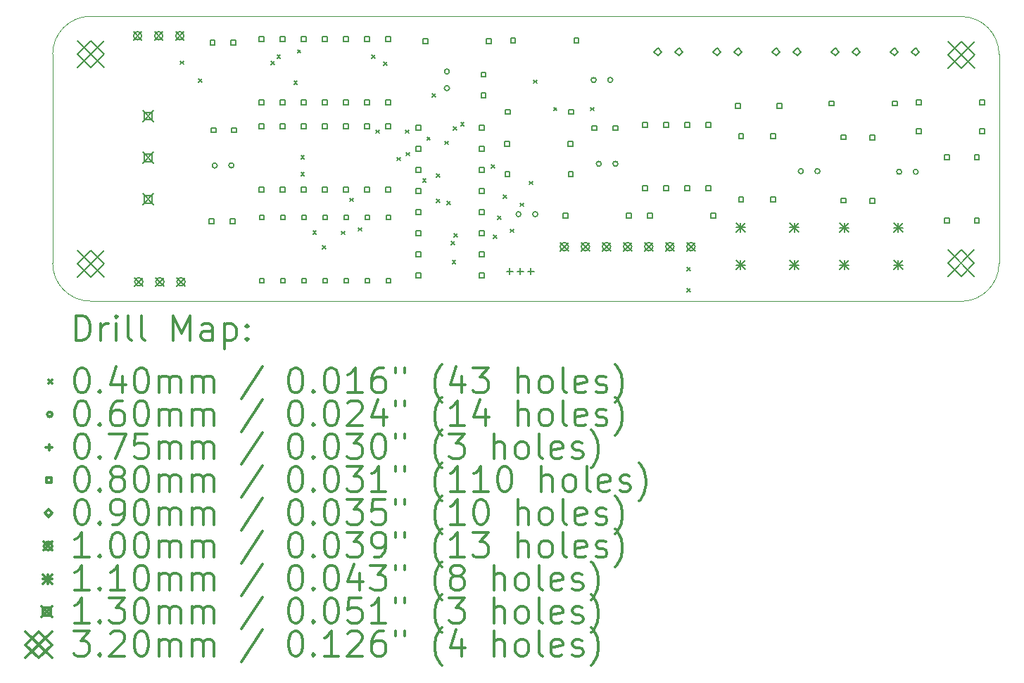
<source format=gbr>
%FSLAX45Y45*%
G04 Gerber Fmt 4.5, Leading zero omitted, Abs format (unit mm)*
G04 Created by KiCad (PCBNEW (5.1.9-0-10_14)) date 2021-06-10 12:36:53*
%MOMM*%
%LPD*%
G01*
G04 APERTURE LIST*
%TA.AperFunction,Profile*%
%ADD10C,0.100000*%
%TD*%
%ADD11C,0.200000*%
%ADD12C,0.300000*%
G04 APERTURE END LIST*
D10*
X21506180Y-14594840D02*
X11035400Y-14592300D01*
X21963380Y-11623040D02*
X21963380Y-14137640D01*
X11035400Y-11163300D02*
X21506180Y-11165840D01*
X10578200Y-14135100D02*
X10578200Y-11620500D01*
X10578200Y-11620500D02*
G75*
G02*
X11035400Y-11163300I457200J0D01*
G01*
X11035400Y-14592300D02*
G75*
G02*
X10578200Y-14135100I0J457200D01*
G01*
X21963380Y-14137640D02*
G75*
G02*
X21506180Y-14594840I-457200J0D01*
G01*
X21506180Y-11165840D02*
G75*
G02*
X21963380Y-11623040I0J-457200D01*
G01*
D11*
X12111040Y-11702100D02*
X12151040Y-11742100D01*
X12151040Y-11702100D02*
X12111040Y-11742100D01*
X12334560Y-11918000D02*
X12374560Y-11958000D01*
X12374560Y-11918000D02*
X12334560Y-11958000D01*
X13205780Y-11704640D02*
X13245780Y-11744640D01*
X13245780Y-11704640D02*
X13205780Y-11744640D01*
X13277813Y-11631939D02*
X13317813Y-11671939D01*
X13317813Y-11631939D02*
X13277813Y-11671939D01*
X13480100Y-11943400D02*
X13520100Y-11983400D01*
X13520100Y-11943400D02*
X13480100Y-11983400D01*
X13522559Y-11565899D02*
X13562559Y-11605899D01*
X13562559Y-11565899D02*
X13522559Y-11605899D01*
X13566460Y-13045761D02*
X13606460Y-13085761D01*
X13606460Y-13045761D02*
X13566460Y-13085761D01*
X13566460Y-12842560D02*
X13606460Y-12882560D01*
X13606460Y-12842560D02*
X13566460Y-12882560D01*
X13708700Y-13746800D02*
X13748700Y-13786800D01*
X13748700Y-13746800D02*
X13708700Y-13786800D01*
X13823000Y-13924600D02*
X13863000Y-13964600D01*
X13863000Y-13924600D02*
X13823000Y-13964600D01*
X14055095Y-13749321D02*
X14095095Y-13789321D01*
X14095095Y-13749321D02*
X14055095Y-13789321D01*
X14156699Y-13353100D02*
X14196699Y-13393100D01*
X14196699Y-13353100D02*
X14156699Y-13393100D01*
X14254800Y-13708700D02*
X14294800Y-13748700D01*
X14294800Y-13708700D02*
X14254800Y-13748700D01*
X14417360Y-11631939D02*
X14457360Y-11671939D01*
X14457360Y-11631939D02*
X14417360Y-11671939D01*
X14469596Y-12531100D02*
X14509596Y-12571100D01*
X14509596Y-12531100D02*
X14469596Y-12571100D01*
X14559600Y-11714800D02*
X14599600Y-11754800D01*
X14599600Y-11714800D02*
X14559600Y-11754800D01*
X14722079Y-12860421D02*
X14762079Y-12900421D01*
X14762079Y-12860421D02*
X14722079Y-12900421D01*
X14820919Y-12531099D02*
X14860919Y-12571099D01*
X14860919Y-12531099D02*
X14820919Y-12571099D01*
X14830407Y-12801205D02*
X14870407Y-12841205D01*
X14870407Y-12801205D02*
X14830407Y-12841205D01*
X15029748Y-13118348D02*
X15069748Y-13158348D01*
X15069748Y-13118348D02*
X15029748Y-13158348D01*
X15080300Y-12616500D02*
X15120300Y-12656500D01*
X15120300Y-12616500D02*
X15080300Y-12656500D01*
X15143580Y-12093659D02*
X15183580Y-12133659D01*
X15183580Y-12093659D02*
X15143580Y-12133659D01*
X15194600Y-13059304D02*
X15234600Y-13099304D01*
X15234600Y-13059304D02*
X15194600Y-13099304D01*
X15198099Y-13365800D02*
X15238099Y-13405800D01*
X15238099Y-13365800D02*
X15198099Y-13405800D01*
X15296200Y-12667300D02*
X15336200Y-12707300D01*
X15336200Y-12667300D02*
X15296200Y-12707300D01*
X15321600Y-13391200D02*
X15361600Y-13431200D01*
X15361600Y-13391200D02*
X15321600Y-13431200D01*
X15372400Y-13873800D02*
X15412400Y-13913800D01*
X15412400Y-13873800D02*
X15372400Y-13913800D01*
X15385100Y-14102400D02*
X15425100Y-14142400D01*
X15425100Y-14102400D02*
X15385100Y-14142400D01*
X15399584Y-12490070D02*
X15439584Y-12530070D01*
X15439584Y-12490070D02*
X15399584Y-12530070D01*
X15407627Y-13780209D02*
X15447627Y-13820209D01*
X15447627Y-13780209D02*
X15407627Y-13820209D01*
X15486711Y-12440986D02*
X15526711Y-12480986D01*
X15526711Y-12440986D02*
X15486711Y-12480986D01*
X15855777Y-12948267D02*
X15895777Y-12988267D01*
X15895777Y-12948267D02*
X15855777Y-12988267D01*
X15880400Y-13797600D02*
X15920400Y-13837600D01*
X15920400Y-13797600D02*
X15880400Y-13837600D01*
X15931200Y-13569000D02*
X15971200Y-13609000D01*
X15971200Y-13569000D02*
X15931200Y-13609000D01*
X15999124Y-13316883D02*
X16039124Y-13356883D01*
X16039124Y-13316883D02*
X15999124Y-13356883D01*
X16085227Y-13724899D02*
X16125227Y-13764899D01*
X16125227Y-13724899D02*
X16085227Y-13764899D01*
X16203100Y-13411917D02*
X16243100Y-13451917D01*
X16243100Y-13411917D02*
X16203100Y-13451917D01*
X16312200Y-13149900D02*
X16352200Y-13189900D01*
X16352200Y-13149900D02*
X16312200Y-13189900D01*
X16363000Y-11930700D02*
X16403000Y-11970700D01*
X16403000Y-11930700D02*
X16363000Y-11970700D01*
X16604300Y-12260900D02*
X16644300Y-12300900D01*
X16644300Y-12260900D02*
X16604300Y-12300900D01*
X17048800Y-12260900D02*
X17088800Y-12300900D01*
X17088800Y-12260900D02*
X17048800Y-12300900D01*
X18212120Y-14186220D02*
X18252120Y-14226220D01*
X18252120Y-14186220D02*
X18212120Y-14226220D01*
X18212120Y-14440220D02*
X18252120Y-14480220D01*
X18252120Y-14440220D02*
X18212120Y-14480220D01*
X12557940Y-12959080D02*
G75*
G03*
X12557940Y-12959080I-30000J0D01*
G01*
X12757940Y-12959080D02*
G75*
G03*
X12757940Y-12959080I-30000J0D01*
G01*
X15351280Y-11829440D02*
G75*
G03*
X15351280Y-11829440I-30000J0D01*
G01*
X15351280Y-12029440D02*
G75*
G03*
X15351280Y-12029440I-30000J0D01*
G01*
X16213000Y-13545820D02*
G75*
G03*
X16213000Y-13545820I-30000J0D01*
G01*
X16413000Y-13545820D02*
G75*
G03*
X16413000Y-13545820I-30000J0D01*
G01*
X17116580Y-11930380D02*
G75*
G03*
X17116580Y-11930380I-30000J0D01*
G01*
X17178200Y-12938760D02*
G75*
G03*
X17178200Y-12938760I-30000J0D01*
G01*
X17316580Y-11930380D02*
G75*
G03*
X17316580Y-11930380I-30000J0D01*
G01*
X17378200Y-12938760D02*
G75*
G03*
X17378200Y-12938760I-30000J0D01*
G01*
X19608980Y-13027660D02*
G75*
G03*
X19608980Y-13027660I-30000J0D01*
G01*
X19808980Y-13027660D02*
G75*
G03*
X19808980Y-13027660I-30000J0D01*
G01*
X20791960Y-13035280D02*
G75*
G03*
X20791960Y-13035280I-30000J0D01*
G01*
X20991960Y-13035280D02*
G75*
G03*
X20991960Y-13035280I-30000J0D01*
G01*
X16078200Y-14194120D02*
X16078200Y-14269120D01*
X16040700Y-14231620D02*
X16115700Y-14231620D01*
X16205200Y-14194120D02*
X16205200Y-14269120D01*
X16167700Y-14231620D02*
X16242700Y-14231620D01*
X16332200Y-14194120D02*
X16332200Y-14269120D01*
X16294700Y-14231620D02*
X16369700Y-14231620D01*
X12520004Y-13657924D02*
X12520004Y-13601355D01*
X12463435Y-13601355D01*
X12463435Y-13657924D01*
X12520004Y-13657924D01*
X12530164Y-11509084D02*
X12530164Y-11452515D01*
X12473595Y-11452515D01*
X12473595Y-11509084D01*
X12530164Y-11509084D01*
X12540324Y-12563184D02*
X12540324Y-12506615D01*
X12483755Y-12506615D01*
X12483755Y-12563184D01*
X12540324Y-12563184D01*
X12770004Y-13657924D02*
X12770004Y-13601355D01*
X12713435Y-13601355D01*
X12713435Y-13657924D01*
X12770004Y-13657924D01*
X12780164Y-11509084D02*
X12780164Y-11452515D01*
X12723595Y-11452515D01*
X12723595Y-11509084D01*
X12780164Y-11509084D01*
X12790324Y-12563184D02*
X12790324Y-12506615D01*
X12733755Y-12506615D01*
X12733755Y-12563184D01*
X12790324Y-12563184D01*
X13119444Y-11468444D02*
X13119444Y-11411875D01*
X13062875Y-11411875D01*
X13062875Y-11468444D01*
X13119444Y-11468444D01*
X13119444Y-12230444D02*
X13119444Y-12173875D01*
X13062875Y-12173875D01*
X13062875Y-12230444D01*
X13119444Y-12230444D01*
X13119444Y-12517464D02*
X13119444Y-12460895D01*
X13062875Y-12460895D01*
X13062875Y-12517464D01*
X13119444Y-12517464D01*
X13119444Y-13279464D02*
X13119444Y-13222895D01*
X13062875Y-13222895D01*
X13062875Y-13279464D01*
X13119444Y-13279464D01*
X13121984Y-13612204D02*
X13121984Y-13555635D01*
X13065415Y-13555635D01*
X13065415Y-13612204D01*
X13121984Y-13612204D01*
X13121984Y-14374204D02*
X13121984Y-14317635D01*
X13065415Y-14317635D01*
X13065415Y-14374204D01*
X13121984Y-14374204D01*
X13373444Y-11468444D02*
X13373444Y-11411875D01*
X13316875Y-11411875D01*
X13316875Y-11468444D01*
X13373444Y-11468444D01*
X13373444Y-12230444D02*
X13373444Y-12173875D01*
X13316875Y-12173875D01*
X13316875Y-12230444D01*
X13373444Y-12230444D01*
X13373444Y-12517464D02*
X13373444Y-12460895D01*
X13316875Y-12460895D01*
X13316875Y-12517464D01*
X13373444Y-12517464D01*
X13373444Y-13279464D02*
X13373444Y-13222895D01*
X13316875Y-13222895D01*
X13316875Y-13279464D01*
X13373444Y-13279464D01*
X13375984Y-13612204D02*
X13375984Y-13555635D01*
X13319415Y-13555635D01*
X13319415Y-13612204D01*
X13375984Y-13612204D01*
X13375984Y-14374204D02*
X13375984Y-14317635D01*
X13319415Y-14317635D01*
X13319415Y-14374204D01*
X13375984Y-14374204D01*
X13627444Y-11468444D02*
X13627444Y-11411875D01*
X13570875Y-11411875D01*
X13570875Y-11468444D01*
X13627444Y-11468444D01*
X13627444Y-12230444D02*
X13627444Y-12173875D01*
X13570875Y-12173875D01*
X13570875Y-12230444D01*
X13627444Y-12230444D01*
X13627444Y-12517464D02*
X13627444Y-12460895D01*
X13570875Y-12460895D01*
X13570875Y-12517464D01*
X13627444Y-12517464D01*
X13627444Y-13279464D02*
X13627444Y-13222895D01*
X13570875Y-13222895D01*
X13570875Y-13279464D01*
X13627444Y-13279464D01*
X13629984Y-13612204D02*
X13629984Y-13555635D01*
X13573415Y-13555635D01*
X13573415Y-13612204D01*
X13629984Y-13612204D01*
X13629984Y-14374204D02*
X13629984Y-14317635D01*
X13573415Y-14317635D01*
X13573415Y-14374204D01*
X13629984Y-14374204D01*
X13881444Y-11468444D02*
X13881444Y-11411875D01*
X13824875Y-11411875D01*
X13824875Y-11468444D01*
X13881444Y-11468444D01*
X13881444Y-12230444D02*
X13881444Y-12173875D01*
X13824875Y-12173875D01*
X13824875Y-12230444D01*
X13881444Y-12230444D01*
X13881444Y-12517464D02*
X13881444Y-12460895D01*
X13824875Y-12460895D01*
X13824875Y-12517464D01*
X13881444Y-12517464D01*
X13881444Y-13279464D02*
X13881444Y-13222895D01*
X13824875Y-13222895D01*
X13824875Y-13279464D01*
X13881444Y-13279464D01*
X13883984Y-13612204D02*
X13883984Y-13555635D01*
X13827415Y-13555635D01*
X13827415Y-13612204D01*
X13883984Y-13612204D01*
X13883984Y-14374204D02*
X13883984Y-14317635D01*
X13827415Y-14317635D01*
X13827415Y-14374204D01*
X13883984Y-14374204D01*
X14135444Y-11468444D02*
X14135444Y-11411875D01*
X14078875Y-11411875D01*
X14078875Y-11468444D01*
X14135444Y-11468444D01*
X14135444Y-12230444D02*
X14135444Y-12173875D01*
X14078875Y-12173875D01*
X14078875Y-12230444D01*
X14135444Y-12230444D01*
X14135444Y-12517464D02*
X14135444Y-12460895D01*
X14078875Y-12460895D01*
X14078875Y-12517464D01*
X14135444Y-12517464D01*
X14135444Y-13279464D02*
X14135444Y-13222895D01*
X14078875Y-13222895D01*
X14078875Y-13279464D01*
X14135444Y-13279464D01*
X14137984Y-13612204D02*
X14137984Y-13555635D01*
X14081415Y-13555635D01*
X14081415Y-13612204D01*
X14137984Y-13612204D01*
X14137984Y-14374204D02*
X14137984Y-14317635D01*
X14081415Y-14317635D01*
X14081415Y-14374204D01*
X14137984Y-14374204D01*
X14389444Y-11468444D02*
X14389444Y-11411875D01*
X14332875Y-11411875D01*
X14332875Y-11468444D01*
X14389444Y-11468444D01*
X14389444Y-12230444D02*
X14389444Y-12173875D01*
X14332875Y-12173875D01*
X14332875Y-12230444D01*
X14389444Y-12230444D01*
X14389444Y-12517464D02*
X14389444Y-12460895D01*
X14332875Y-12460895D01*
X14332875Y-12517464D01*
X14389444Y-12517464D01*
X14389444Y-13279464D02*
X14389444Y-13222895D01*
X14332875Y-13222895D01*
X14332875Y-13279464D01*
X14389444Y-13279464D01*
X14391984Y-13612204D02*
X14391984Y-13555635D01*
X14335415Y-13555635D01*
X14335415Y-13612204D01*
X14391984Y-13612204D01*
X14391984Y-14374204D02*
X14391984Y-14317635D01*
X14335415Y-14317635D01*
X14335415Y-14374204D01*
X14391984Y-14374204D01*
X14643444Y-11468444D02*
X14643444Y-11411875D01*
X14586875Y-11411875D01*
X14586875Y-11468444D01*
X14643444Y-11468444D01*
X14643444Y-12230444D02*
X14643444Y-12173875D01*
X14586875Y-12173875D01*
X14586875Y-12230444D01*
X14643444Y-12230444D01*
X14643444Y-12517464D02*
X14643444Y-12460895D01*
X14586875Y-12460895D01*
X14586875Y-12517464D01*
X14643444Y-12517464D01*
X14643444Y-13279464D02*
X14643444Y-13222895D01*
X14586875Y-13222895D01*
X14586875Y-13279464D01*
X14643444Y-13279464D01*
X14645984Y-13612204D02*
X14645984Y-13555635D01*
X14589415Y-13555635D01*
X14589415Y-13612204D01*
X14645984Y-13612204D01*
X14645984Y-14374204D02*
X14645984Y-14317635D01*
X14589415Y-14317635D01*
X14589415Y-14374204D01*
X14645984Y-14374204D01*
X15009204Y-12532704D02*
X15009204Y-12476135D01*
X14952635Y-12476135D01*
X14952635Y-12532704D01*
X15009204Y-12532704D01*
X15009204Y-12786704D02*
X15009204Y-12730135D01*
X14952635Y-12730135D01*
X14952635Y-12786704D01*
X15009204Y-12786704D01*
X15009204Y-13040704D02*
X15009204Y-12984135D01*
X14952635Y-12984135D01*
X14952635Y-13040704D01*
X15009204Y-13040704D01*
X15009204Y-13294704D02*
X15009204Y-13238135D01*
X14952635Y-13238135D01*
X14952635Y-13294704D01*
X15009204Y-13294704D01*
X15009204Y-13548704D02*
X15009204Y-13492135D01*
X14952635Y-13492135D01*
X14952635Y-13548704D01*
X15009204Y-13548704D01*
X15009204Y-13802704D02*
X15009204Y-13746135D01*
X14952635Y-13746135D01*
X14952635Y-13802704D01*
X15009204Y-13802704D01*
X15009204Y-14056704D02*
X15009204Y-14000135D01*
X14952635Y-14000135D01*
X14952635Y-14056704D01*
X15009204Y-14056704D01*
X15009204Y-14310704D02*
X15009204Y-14254135D01*
X14952635Y-14254135D01*
X14952635Y-14310704D01*
X15009204Y-14310704D01*
X15093024Y-11488764D02*
X15093024Y-11432195D01*
X15036455Y-11432195D01*
X15036455Y-11488764D01*
X15093024Y-11488764D01*
X15771204Y-12532704D02*
X15771204Y-12476135D01*
X15714635Y-12476135D01*
X15714635Y-12532704D01*
X15771204Y-12532704D01*
X15771204Y-12786704D02*
X15771204Y-12730135D01*
X15714635Y-12730135D01*
X15714635Y-12786704D01*
X15771204Y-12786704D01*
X15771204Y-13040704D02*
X15771204Y-12984135D01*
X15714635Y-12984135D01*
X15714635Y-13040704D01*
X15771204Y-13040704D01*
X15771204Y-13294704D02*
X15771204Y-13238135D01*
X15714635Y-13238135D01*
X15714635Y-13294704D01*
X15771204Y-13294704D01*
X15771204Y-13548704D02*
X15771204Y-13492135D01*
X15714635Y-13492135D01*
X15714635Y-13548704D01*
X15771204Y-13548704D01*
X15771204Y-13802704D02*
X15771204Y-13746135D01*
X15714635Y-13746135D01*
X15714635Y-13802704D01*
X15771204Y-13802704D01*
X15771204Y-14056704D02*
X15771204Y-14000135D01*
X15714635Y-14000135D01*
X15714635Y-14056704D01*
X15771204Y-14056704D01*
X15771204Y-14310704D02*
X15771204Y-14254135D01*
X15714635Y-14254135D01*
X15714635Y-14310704D01*
X15771204Y-14310704D01*
X15788984Y-11892624D02*
X15788984Y-11836055D01*
X15732415Y-11836055D01*
X15732415Y-11892624D01*
X15788984Y-11892624D01*
X15788984Y-12142624D02*
X15788984Y-12086055D01*
X15732415Y-12086055D01*
X15732415Y-12142624D01*
X15788984Y-12142624D01*
X15855024Y-11488764D02*
X15855024Y-11432195D01*
X15798455Y-11432195D01*
X15798455Y-11488764D01*
X15855024Y-11488764D01*
X16076004Y-12725744D02*
X16076004Y-12669175D01*
X16019435Y-12669175D01*
X16019435Y-12725744D01*
X16076004Y-12725744D01*
X16078544Y-13088964D02*
X16078544Y-13032395D01*
X16021975Y-13032395D01*
X16021975Y-13088964D01*
X16078544Y-13088964D01*
X16081084Y-12342204D02*
X16081084Y-12285635D01*
X16024515Y-12285635D01*
X16024515Y-12342204D01*
X16081084Y-12342204D01*
X16144584Y-11483684D02*
X16144584Y-11427115D01*
X16088015Y-11427115D01*
X16088015Y-11483684D01*
X16144584Y-11483684D01*
X16774504Y-13589344D02*
X16774504Y-13532775D01*
X16717935Y-13532775D01*
X16717935Y-13589344D01*
X16774504Y-13589344D01*
X16838005Y-12725744D02*
X16838005Y-12669175D01*
X16781436Y-12669175D01*
X16781436Y-12725744D01*
X16838005Y-12725744D01*
X16840545Y-13088964D02*
X16840545Y-13032395D01*
X16783976Y-13032395D01*
X16783976Y-13088964D01*
X16840545Y-13088964D01*
X16843085Y-12342204D02*
X16843085Y-12285635D01*
X16786516Y-12285635D01*
X16786516Y-12342204D01*
X16843085Y-12342204D01*
X16906585Y-11483684D02*
X16906585Y-11427115D01*
X16850016Y-11427115D01*
X16850016Y-11483684D01*
X16906585Y-11483684D01*
X17125025Y-12537784D02*
X17125025Y-12481215D01*
X17068456Y-12481215D01*
X17068456Y-12537784D01*
X17125025Y-12537784D01*
X17375025Y-12537784D02*
X17375025Y-12481215D01*
X17318456Y-12481215D01*
X17318456Y-12537784D01*
X17375025Y-12537784D01*
X17536505Y-13589344D02*
X17536505Y-13532775D01*
X17479936Y-13532775D01*
X17479936Y-13589344D01*
X17536505Y-13589344D01*
X17732085Y-12497144D02*
X17732085Y-12440575D01*
X17675516Y-12440575D01*
X17675516Y-12497144D01*
X17732085Y-12497144D01*
X17732085Y-13259144D02*
X17732085Y-13202575D01*
X17675516Y-13202575D01*
X17675516Y-13259144D01*
X17732085Y-13259144D01*
X17790505Y-13589344D02*
X17790505Y-13532775D01*
X17733936Y-13532775D01*
X17733936Y-13589344D01*
X17790505Y-13589344D01*
X17986085Y-12497144D02*
X17986085Y-12440575D01*
X17929516Y-12440575D01*
X17929516Y-12497144D01*
X17986085Y-12497144D01*
X17986085Y-13259144D02*
X17986085Y-13202575D01*
X17929516Y-13202575D01*
X17929516Y-13259144D01*
X17986085Y-13259144D01*
X18240085Y-12497144D02*
X18240085Y-12440575D01*
X18183516Y-12440575D01*
X18183516Y-12497144D01*
X18240085Y-12497144D01*
X18240085Y-13259144D02*
X18240085Y-13202575D01*
X18183516Y-13202575D01*
X18183516Y-13259144D01*
X18240085Y-13259144D01*
X18494085Y-12497144D02*
X18494085Y-12440575D01*
X18437516Y-12440575D01*
X18437516Y-12497144D01*
X18494085Y-12497144D01*
X18494085Y-13259144D02*
X18494085Y-13202575D01*
X18437516Y-13202575D01*
X18437516Y-13259144D01*
X18494085Y-13259144D01*
X18552505Y-13589344D02*
X18552505Y-13532775D01*
X18495936Y-13532775D01*
X18495936Y-13589344D01*
X18552505Y-13589344D01*
X18849685Y-12271084D02*
X18849685Y-12214515D01*
X18793116Y-12214515D01*
X18793116Y-12271084D01*
X18849685Y-12271084D01*
X18887785Y-12636844D02*
X18887785Y-12580275D01*
X18831216Y-12580275D01*
X18831216Y-12636844D01*
X18887785Y-12636844D01*
X18887785Y-13398844D02*
X18887785Y-13342275D01*
X18831216Y-13342275D01*
X18831216Y-13398844D01*
X18887785Y-13398844D01*
X19276405Y-12634304D02*
X19276405Y-12577735D01*
X19219836Y-12577735D01*
X19219836Y-12634304D01*
X19276405Y-12634304D01*
X19276405Y-13396304D02*
X19276405Y-13339735D01*
X19219836Y-13339735D01*
X19219836Y-13396304D01*
X19276405Y-13396304D01*
X19349685Y-12271084D02*
X19349685Y-12214515D01*
X19293116Y-12214515D01*
X19293116Y-12271084D01*
X19349685Y-12271084D01*
X19974905Y-12240604D02*
X19974905Y-12184035D01*
X19918336Y-12184035D01*
X19918336Y-12240604D01*
X19974905Y-12240604D01*
X20119685Y-12647004D02*
X20119685Y-12590435D01*
X20063116Y-12590435D01*
X20063116Y-12647004D01*
X20119685Y-12647004D01*
X20119685Y-13409004D02*
X20119685Y-13352435D01*
X20063116Y-13352435D01*
X20063116Y-13409004D01*
X20119685Y-13409004D01*
X20467665Y-12649544D02*
X20467665Y-12592975D01*
X20411096Y-12592975D01*
X20411096Y-12649544D01*
X20467665Y-12649544D01*
X20467665Y-13411544D02*
X20467665Y-13354975D01*
X20411096Y-13354975D01*
X20411096Y-13411544D01*
X20467665Y-13411544D01*
X20736905Y-12240604D02*
X20736905Y-12184035D01*
X20680336Y-12184035D01*
X20680336Y-12240604D01*
X20736905Y-12240604D01*
X21026465Y-12230444D02*
X21026465Y-12173875D01*
X20969896Y-12173875D01*
X20969896Y-12230444D01*
X21026465Y-12230444D01*
X21029005Y-12575884D02*
X21029005Y-12519315D01*
X20972436Y-12519315D01*
X20972436Y-12575884D01*
X21029005Y-12575884D01*
X21364285Y-12888304D02*
X21364285Y-12831735D01*
X21307716Y-12831735D01*
X21307716Y-12888304D01*
X21364285Y-12888304D01*
X21364285Y-13650304D02*
X21364285Y-13593735D01*
X21307716Y-13593735D01*
X21307716Y-13650304D01*
X21364285Y-13650304D01*
X21724965Y-12890844D02*
X21724965Y-12834275D01*
X21668396Y-12834275D01*
X21668396Y-12890844D01*
X21724965Y-12890844D01*
X21724965Y-13652844D02*
X21724965Y-13596275D01*
X21668396Y-13596275D01*
X21668396Y-13652844D01*
X21724965Y-13652844D01*
X21788465Y-12230444D02*
X21788465Y-12173875D01*
X21731896Y-12173875D01*
X21731896Y-12230444D01*
X21788465Y-12230444D01*
X21791005Y-12575884D02*
X21791005Y-12519315D01*
X21734436Y-12519315D01*
X21734436Y-12575884D01*
X21791005Y-12575884D01*
X17858740Y-11637560D02*
X17903740Y-11592560D01*
X17858740Y-11547560D01*
X17813740Y-11592560D01*
X17858740Y-11637560D01*
X18112740Y-11637560D02*
X18157740Y-11592560D01*
X18112740Y-11547560D01*
X18067740Y-11592560D01*
X18112740Y-11637560D01*
X18569940Y-11637560D02*
X18614940Y-11592560D01*
X18569940Y-11547560D01*
X18524940Y-11592560D01*
X18569940Y-11637560D01*
X18823940Y-11637560D02*
X18868940Y-11592560D01*
X18823940Y-11547560D01*
X18778940Y-11592560D01*
X18823940Y-11637560D01*
X19281140Y-11637560D02*
X19326140Y-11592560D01*
X19281140Y-11547560D01*
X19236140Y-11592560D01*
X19281140Y-11637560D01*
X19535140Y-11637560D02*
X19580140Y-11592560D01*
X19535140Y-11547560D01*
X19490140Y-11592560D01*
X19535140Y-11637560D01*
X19992340Y-11637560D02*
X20037340Y-11592560D01*
X19992340Y-11547560D01*
X19947340Y-11592560D01*
X19992340Y-11637560D01*
X20246340Y-11637560D02*
X20291340Y-11592560D01*
X20246340Y-11547560D01*
X20201340Y-11592560D01*
X20246340Y-11637560D01*
X20703540Y-11637560D02*
X20748540Y-11592560D01*
X20703540Y-11547560D01*
X20658540Y-11592560D01*
X20703540Y-11637560D01*
X20957540Y-11637560D02*
X21002540Y-11592560D01*
X20957540Y-11547560D01*
X20912540Y-11592560D01*
X20957540Y-11637560D01*
X11550380Y-11347600D02*
X11650380Y-11447600D01*
X11650380Y-11347600D02*
X11550380Y-11447600D01*
X11650380Y-11397600D02*
G75*
G03*
X11650380Y-11397600I-50000J0D01*
G01*
X11565060Y-14309940D02*
X11665060Y-14409940D01*
X11665060Y-14309940D02*
X11565060Y-14409940D01*
X11665060Y-14359940D02*
G75*
G03*
X11665060Y-14359940I-50000J0D01*
G01*
X11804380Y-11347600D02*
X11904380Y-11447600D01*
X11904380Y-11347600D02*
X11804380Y-11447600D01*
X11904380Y-11397600D02*
G75*
G03*
X11904380Y-11397600I-50000J0D01*
G01*
X11819060Y-14309940D02*
X11919060Y-14409940D01*
X11919060Y-14309940D02*
X11819060Y-14409940D01*
X11919060Y-14359940D02*
G75*
G03*
X11919060Y-14359940I-50000J0D01*
G01*
X12058380Y-11347600D02*
X12158380Y-11447600D01*
X12158380Y-11347600D02*
X12058380Y-11447600D01*
X12158380Y-11397600D02*
G75*
G03*
X12158380Y-11397600I-50000J0D01*
G01*
X12073060Y-14309940D02*
X12173060Y-14409940D01*
X12173060Y-14309940D02*
X12073060Y-14409940D01*
X12173060Y-14359940D02*
G75*
G03*
X12173060Y-14359940I-50000J0D01*
G01*
X16683520Y-13886980D02*
X16783520Y-13986980D01*
X16783520Y-13886980D02*
X16683520Y-13986980D01*
X16783520Y-13936980D02*
G75*
G03*
X16783520Y-13936980I-50000J0D01*
G01*
X16937520Y-13886980D02*
X17037520Y-13986980D01*
X17037520Y-13886980D02*
X16937520Y-13986980D01*
X17037520Y-13936980D02*
G75*
G03*
X17037520Y-13936980I-50000J0D01*
G01*
X17191520Y-13886980D02*
X17291520Y-13986980D01*
X17291520Y-13886980D02*
X17191520Y-13986980D01*
X17291520Y-13936980D02*
G75*
G03*
X17291520Y-13936980I-50000J0D01*
G01*
X17445520Y-13886980D02*
X17545520Y-13986980D01*
X17545520Y-13886980D02*
X17445520Y-13986980D01*
X17545520Y-13936980D02*
G75*
G03*
X17545520Y-13936980I-50000J0D01*
G01*
X17699520Y-13886980D02*
X17799520Y-13986980D01*
X17799520Y-13886980D02*
X17699520Y-13986980D01*
X17799520Y-13936980D02*
G75*
G03*
X17799520Y-13936980I-50000J0D01*
G01*
X17953520Y-13886980D02*
X18053520Y-13986980D01*
X18053520Y-13886980D02*
X17953520Y-13986980D01*
X18053520Y-13936980D02*
G75*
G03*
X18053520Y-13936980I-50000J0D01*
G01*
X18207520Y-13886980D02*
X18307520Y-13986980D01*
X18307520Y-13886980D02*
X18207520Y-13986980D01*
X18307520Y-13936980D02*
G75*
G03*
X18307520Y-13936980I-50000J0D01*
G01*
X18796880Y-13650840D02*
X18906880Y-13760840D01*
X18906880Y-13650840D02*
X18796880Y-13760840D01*
X18851880Y-13650840D02*
X18851880Y-13760840D01*
X18796880Y-13705840D02*
X18906880Y-13705840D01*
X18796880Y-14100840D02*
X18906880Y-14210840D01*
X18906880Y-14100840D02*
X18796880Y-14210840D01*
X18851880Y-14100840D02*
X18851880Y-14210840D01*
X18796880Y-14155840D02*
X18906880Y-14155840D01*
X19446880Y-13650840D02*
X19556880Y-13760840D01*
X19556880Y-13650840D02*
X19446880Y-13760840D01*
X19501880Y-13650840D02*
X19501880Y-13760840D01*
X19446880Y-13705840D02*
X19556880Y-13705840D01*
X19446880Y-14100840D02*
X19556880Y-14210840D01*
X19556880Y-14100840D02*
X19446880Y-14210840D01*
X19501880Y-14100840D02*
X19501880Y-14210840D01*
X19446880Y-14155840D02*
X19556880Y-14155840D01*
X20046560Y-13653380D02*
X20156560Y-13763380D01*
X20156560Y-13653380D02*
X20046560Y-13763380D01*
X20101560Y-13653380D02*
X20101560Y-13763380D01*
X20046560Y-13708380D02*
X20156560Y-13708380D01*
X20046560Y-14103380D02*
X20156560Y-14213380D01*
X20156560Y-14103380D02*
X20046560Y-14213380D01*
X20101560Y-14103380D02*
X20101560Y-14213380D01*
X20046560Y-14158380D02*
X20156560Y-14158380D01*
X20696560Y-13653380D02*
X20806560Y-13763380D01*
X20806560Y-13653380D02*
X20696560Y-13763380D01*
X20751560Y-13653380D02*
X20751560Y-13763380D01*
X20696560Y-13708380D02*
X20806560Y-13708380D01*
X20696560Y-14103380D02*
X20806560Y-14213380D01*
X20806560Y-14103380D02*
X20696560Y-14213380D01*
X20751560Y-14103380D02*
X20751560Y-14213380D01*
X20696560Y-14158380D02*
X20806560Y-14158380D01*
X11661000Y-12300000D02*
X11791000Y-12430000D01*
X11791000Y-12300000D02*
X11661000Y-12430000D01*
X11771962Y-12410962D02*
X11771962Y-12319038D01*
X11680038Y-12319038D01*
X11680038Y-12410962D01*
X11771962Y-12410962D01*
X11661000Y-12800000D02*
X11791000Y-12930000D01*
X11791000Y-12800000D02*
X11661000Y-12930000D01*
X11771962Y-12910962D02*
X11771962Y-12819038D01*
X11680038Y-12819038D01*
X11680038Y-12910962D01*
X11771962Y-12910962D01*
X11661000Y-13300000D02*
X11791000Y-13430000D01*
X11791000Y-13300000D02*
X11661000Y-13430000D01*
X11771962Y-13410962D02*
X11771962Y-13319038D01*
X11680038Y-13319038D01*
X11680038Y-13410962D01*
X11771962Y-13410962D01*
X10875400Y-11460500D02*
X11195400Y-11780500D01*
X11195400Y-11460500D02*
X10875400Y-11780500D01*
X11035400Y-11780500D02*
X11195400Y-11620500D01*
X11035400Y-11460500D01*
X10875400Y-11620500D01*
X11035400Y-11780500D01*
X10875400Y-13980180D02*
X11195400Y-14300180D01*
X11195400Y-13980180D02*
X10875400Y-14300180D01*
X11035400Y-14300180D02*
X11195400Y-14140180D01*
X11035400Y-13980180D01*
X10875400Y-14140180D01*
X11035400Y-14300180D01*
X21346180Y-13972560D02*
X21666180Y-14292560D01*
X21666180Y-13972560D02*
X21346180Y-14292560D01*
X21506180Y-14292560D02*
X21666180Y-14132560D01*
X21506180Y-13972560D01*
X21346180Y-14132560D01*
X21506180Y-14292560D01*
X21348720Y-11465580D02*
X21668720Y-11785580D01*
X21668720Y-11465580D02*
X21348720Y-11785580D01*
X21508720Y-11785580D02*
X21668720Y-11625580D01*
X21508720Y-11465580D01*
X21348720Y-11625580D01*
X21508720Y-11785580D01*
D12*
X10859628Y-15065554D02*
X10859628Y-14765554D01*
X10931057Y-14765554D01*
X10973914Y-14779840D01*
X11002486Y-14808411D01*
X11016771Y-14836983D01*
X11031057Y-14894126D01*
X11031057Y-14936983D01*
X11016771Y-14994126D01*
X11002486Y-15022697D01*
X10973914Y-15051269D01*
X10931057Y-15065554D01*
X10859628Y-15065554D01*
X11159628Y-15065554D02*
X11159628Y-14865554D01*
X11159628Y-14922697D02*
X11173914Y-14894126D01*
X11188200Y-14879840D01*
X11216771Y-14865554D01*
X11245343Y-14865554D01*
X11345343Y-15065554D02*
X11345343Y-14865554D01*
X11345343Y-14765554D02*
X11331057Y-14779840D01*
X11345343Y-14794126D01*
X11359628Y-14779840D01*
X11345343Y-14765554D01*
X11345343Y-14794126D01*
X11531057Y-15065554D02*
X11502486Y-15051269D01*
X11488200Y-15022697D01*
X11488200Y-14765554D01*
X11688200Y-15065554D02*
X11659628Y-15051269D01*
X11645343Y-15022697D01*
X11645343Y-14765554D01*
X12031057Y-15065554D02*
X12031057Y-14765554D01*
X12131057Y-14979840D01*
X12231057Y-14765554D01*
X12231057Y-15065554D01*
X12502486Y-15065554D02*
X12502486Y-14908411D01*
X12488200Y-14879840D01*
X12459628Y-14865554D01*
X12402486Y-14865554D01*
X12373914Y-14879840D01*
X12502486Y-15051269D02*
X12473914Y-15065554D01*
X12402486Y-15065554D01*
X12373914Y-15051269D01*
X12359628Y-15022697D01*
X12359628Y-14994126D01*
X12373914Y-14965554D01*
X12402486Y-14951269D01*
X12473914Y-14951269D01*
X12502486Y-14936983D01*
X12645343Y-14865554D02*
X12645343Y-15165554D01*
X12645343Y-14879840D02*
X12673914Y-14865554D01*
X12731057Y-14865554D01*
X12759628Y-14879840D01*
X12773914Y-14894126D01*
X12788200Y-14922697D01*
X12788200Y-15008411D01*
X12773914Y-15036983D01*
X12759628Y-15051269D01*
X12731057Y-15065554D01*
X12673914Y-15065554D01*
X12645343Y-15051269D01*
X12916771Y-15036983D02*
X12931057Y-15051269D01*
X12916771Y-15065554D01*
X12902486Y-15051269D01*
X12916771Y-15036983D01*
X12916771Y-15065554D01*
X12916771Y-14879840D02*
X12931057Y-14894126D01*
X12916771Y-14908411D01*
X12902486Y-14894126D01*
X12916771Y-14879840D01*
X12916771Y-14908411D01*
X10533200Y-15539840D02*
X10573200Y-15579840D01*
X10573200Y-15539840D02*
X10533200Y-15579840D01*
X10916771Y-15395554D02*
X10945343Y-15395554D01*
X10973914Y-15409840D01*
X10988200Y-15424126D01*
X11002486Y-15452697D01*
X11016771Y-15509840D01*
X11016771Y-15581269D01*
X11002486Y-15638411D01*
X10988200Y-15666983D01*
X10973914Y-15681269D01*
X10945343Y-15695554D01*
X10916771Y-15695554D01*
X10888200Y-15681269D01*
X10873914Y-15666983D01*
X10859628Y-15638411D01*
X10845343Y-15581269D01*
X10845343Y-15509840D01*
X10859628Y-15452697D01*
X10873914Y-15424126D01*
X10888200Y-15409840D01*
X10916771Y-15395554D01*
X11145343Y-15666983D02*
X11159628Y-15681269D01*
X11145343Y-15695554D01*
X11131057Y-15681269D01*
X11145343Y-15666983D01*
X11145343Y-15695554D01*
X11416771Y-15495554D02*
X11416771Y-15695554D01*
X11345343Y-15381269D02*
X11273914Y-15595554D01*
X11459628Y-15595554D01*
X11631057Y-15395554D02*
X11659628Y-15395554D01*
X11688200Y-15409840D01*
X11702486Y-15424126D01*
X11716771Y-15452697D01*
X11731057Y-15509840D01*
X11731057Y-15581269D01*
X11716771Y-15638411D01*
X11702486Y-15666983D01*
X11688200Y-15681269D01*
X11659628Y-15695554D01*
X11631057Y-15695554D01*
X11602486Y-15681269D01*
X11588200Y-15666983D01*
X11573914Y-15638411D01*
X11559628Y-15581269D01*
X11559628Y-15509840D01*
X11573914Y-15452697D01*
X11588200Y-15424126D01*
X11602486Y-15409840D01*
X11631057Y-15395554D01*
X11859628Y-15695554D02*
X11859628Y-15495554D01*
X11859628Y-15524126D02*
X11873914Y-15509840D01*
X11902486Y-15495554D01*
X11945343Y-15495554D01*
X11973914Y-15509840D01*
X11988200Y-15538411D01*
X11988200Y-15695554D01*
X11988200Y-15538411D02*
X12002486Y-15509840D01*
X12031057Y-15495554D01*
X12073914Y-15495554D01*
X12102486Y-15509840D01*
X12116771Y-15538411D01*
X12116771Y-15695554D01*
X12259628Y-15695554D02*
X12259628Y-15495554D01*
X12259628Y-15524126D02*
X12273914Y-15509840D01*
X12302486Y-15495554D01*
X12345343Y-15495554D01*
X12373914Y-15509840D01*
X12388200Y-15538411D01*
X12388200Y-15695554D01*
X12388200Y-15538411D02*
X12402486Y-15509840D01*
X12431057Y-15495554D01*
X12473914Y-15495554D01*
X12502486Y-15509840D01*
X12516771Y-15538411D01*
X12516771Y-15695554D01*
X13102486Y-15381269D02*
X12845343Y-15766983D01*
X13488200Y-15395554D02*
X13516771Y-15395554D01*
X13545343Y-15409840D01*
X13559628Y-15424126D01*
X13573914Y-15452697D01*
X13588200Y-15509840D01*
X13588200Y-15581269D01*
X13573914Y-15638411D01*
X13559628Y-15666983D01*
X13545343Y-15681269D01*
X13516771Y-15695554D01*
X13488200Y-15695554D01*
X13459628Y-15681269D01*
X13445343Y-15666983D01*
X13431057Y-15638411D01*
X13416771Y-15581269D01*
X13416771Y-15509840D01*
X13431057Y-15452697D01*
X13445343Y-15424126D01*
X13459628Y-15409840D01*
X13488200Y-15395554D01*
X13716771Y-15666983D02*
X13731057Y-15681269D01*
X13716771Y-15695554D01*
X13702486Y-15681269D01*
X13716771Y-15666983D01*
X13716771Y-15695554D01*
X13916771Y-15395554D02*
X13945343Y-15395554D01*
X13973914Y-15409840D01*
X13988200Y-15424126D01*
X14002486Y-15452697D01*
X14016771Y-15509840D01*
X14016771Y-15581269D01*
X14002486Y-15638411D01*
X13988200Y-15666983D01*
X13973914Y-15681269D01*
X13945343Y-15695554D01*
X13916771Y-15695554D01*
X13888200Y-15681269D01*
X13873914Y-15666983D01*
X13859628Y-15638411D01*
X13845343Y-15581269D01*
X13845343Y-15509840D01*
X13859628Y-15452697D01*
X13873914Y-15424126D01*
X13888200Y-15409840D01*
X13916771Y-15395554D01*
X14302486Y-15695554D02*
X14131057Y-15695554D01*
X14216771Y-15695554D02*
X14216771Y-15395554D01*
X14188200Y-15438411D01*
X14159628Y-15466983D01*
X14131057Y-15481269D01*
X14559628Y-15395554D02*
X14502486Y-15395554D01*
X14473914Y-15409840D01*
X14459628Y-15424126D01*
X14431057Y-15466983D01*
X14416771Y-15524126D01*
X14416771Y-15638411D01*
X14431057Y-15666983D01*
X14445343Y-15681269D01*
X14473914Y-15695554D01*
X14531057Y-15695554D01*
X14559628Y-15681269D01*
X14573914Y-15666983D01*
X14588200Y-15638411D01*
X14588200Y-15566983D01*
X14573914Y-15538411D01*
X14559628Y-15524126D01*
X14531057Y-15509840D01*
X14473914Y-15509840D01*
X14445343Y-15524126D01*
X14431057Y-15538411D01*
X14416771Y-15566983D01*
X14702486Y-15395554D02*
X14702486Y-15452697D01*
X14816771Y-15395554D02*
X14816771Y-15452697D01*
X15259628Y-15809840D02*
X15245343Y-15795554D01*
X15216771Y-15752697D01*
X15202486Y-15724126D01*
X15188200Y-15681269D01*
X15173914Y-15609840D01*
X15173914Y-15552697D01*
X15188200Y-15481269D01*
X15202486Y-15438411D01*
X15216771Y-15409840D01*
X15245343Y-15366983D01*
X15259628Y-15352697D01*
X15502486Y-15495554D02*
X15502486Y-15695554D01*
X15431057Y-15381269D02*
X15359628Y-15595554D01*
X15545343Y-15595554D01*
X15631057Y-15395554D02*
X15816771Y-15395554D01*
X15716771Y-15509840D01*
X15759628Y-15509840D01*
X15788200Y-15524126D01*
X15802486Y-15538411D01*
X15816771Y-15566983D01*
X15816771Y-15638411D01*
X15802486Y-15666983D01*
X15788200Y-15681269D01*
X15759628Y-15695554D01*
X15673914Y-15695554D01*
X15645343Y-15681269D01*
X15631057Y-15666983D01*
X16173914Y-15695554D02*
X16173914Y-15395554D01*
X16302486Y-15695554D02*
X16302486Y-15538411D01*
X16288200Y-15509840D01*
X16259628Y-15495554D01*
X16216771Y-15495554D01*
X16188200Y-15509840D01*
X16173914Y-15524126D01*
X16488200Y-15695554D02*
X16459628Y-15681269D01*
X16445343Y-15666983D01*
X16431057Y-15638411D01*
X16431057Y-15552697D01*
X16445343Y-15524126D01*
X16459628Y-15509840D01*
X16488200Y-15495554D01*
X16531057Y-15495554D01*
X16559628Y-15509840D01*
X16573914Y-15524126D01*
X16588200Y-15552697D01*
X16588200Y-15638411D01*
X16573914Y-15666983D01*
X16559628Y-15681269D01*
X16531057Y-15695554D01*
X16488200Y-15695554D01*
X16759628Y-15695554D02*
X16731057Y-15681269D01*
X16716771Y-15652697D01*
X16716771Y-15395554D01*
X16988200Y-15681269D02*
X16959628Y-15695554D01*
X16902486Y-15695554D01*
X16873914Y-15681269D01*
X16859628Y-15652697D01*
X16859628Y-15538411D01*
X16873914Y-15509840D01*
X16902486Y-15495554D01*
X16959628Y-15495554D01*
X16988200Y-15509840D01*
X17002486Y-15538411D01*
X17002486Y-15566983D01*
X16859628Y-15595554D01*
X17116771Y-15681269D02*
X17145343Y-15695554D01*
X17202486Y-15695554D01*
X17231057Y-15681269D01*
X17245343Y-15652697D01*
X17245343Y-15638411D01*
X17231057Y-15609840D01*
X17202486Y-15595554D01*
X17159628Y-15595554D01*
X17131057Y-15581269D01*
X17116771Y-15552697D01*
X17116771Y-15538411D01*
X17131057Y-15509840D01*
X17159628Y-15495554D01*
X17202486Y-15495554D01*
X17231057Y-15509840D01*
X17345343Y-15809840D02*
X17359628Y-15795554D01*
X17388200Y-15752697D01*
X17402486Y-15724126D01*
X17416771Y-15681269D01*
X17431057Y-15609840D01*
X17431057Y-15552697D01*
X17416771Y-15481269D01*
X17402486Y-15438411D01*
X17388200Y-15409840D01*
X17359628Y-15366983D01*
X17345343Y-15352697D01*
X10573200Y-15955840D02*
G75*
G03*
X10573200Y-15955840I-30000J0D01*
G01*
X10916771Y-15791554D02*
X10945343Y-15791554D01*
X10973914Y-15805840D01*
X10988200Y-15820126D01*
X11002486Y-15848697D01*
X11016771Y-15905840D01*
X11016771Y-15977269D01*
X11002486Y-16034411D01*
X10988200Y-16062983D01*
X10973914Y-16077269D01*
X10945343Y-16091554D01*
X10916771Y-16091554D01*
X10888200Y-16077269D01*
X10873914Y-16062983D01*
X10859628Y-16034411D01*
X10845343Y-15977269D01*
X10845343Y-15905840D01*
X10859628Y-15848697D01*
X10873914Y-15820126D01*
X10888200Y-15805840D01*
X10916771Y-15791554D01*
X11145343Y-16062983D02*
X11159628Y-16077269D01*
X11145343Y-16091554D01*
X11131057Y-16077269D01*
X11145343Y-16062983D01*
X11145343Y-16091554D01*
X11416771Y-15791554D02*
X11359628Y-15791554D01*
X11331057Y-15805840D01*
X11316771Y-15820126D01*
X11288200Y-15862983D01*
X11273914Y-15920126D01*
X11273914Y-16034411D01*
X11288200Y-16062983D01*
X11302486Y-16077269D01*
X11331057Y-16091554D01*
X11388200Y-16091554D01*
X11416771Y-16077269D01*
X11431057Y-16062983D01*
X11445343Y-16034411D01*
X11445343Y-15962983D01*
X11431057Y-15934411D01*
X11416771Y-15920126D01*
X11388200Y-15905840D01*
X11331057Y-15905840D01*
X11302486Y-15920126D01*
X11288200Y-15934411D01*
X11273914Y-15962983D01*
X11631057Y-15791554D02*
X11659628Y-15791554D01*
X11688200Y-15805840D01*
X11702486Y-15820126D01*
X11716771Y-15848697D01*
X11731057Y-15905840D01*
X11731057Y-15977269D01*
X11716771Y-16034411D01*
X11702486Y-16062983D01*
X11688200Y-16077269D01*
X11659628Y-16091554D01*
X11631057Y-16091554D01*
X11602486Y-16077269D01*
X11588200Y-16062983D01*
X11573914Y-16034411D01*
X11559628Y-15977269D01*
X11559628Y-15905840D01*
X11573914Y-15848697D01*
X11588200Y-15820126D01*
X11602486Y-15805840D01*
X11631057Y-15791554D01*
X11859628Y-16091554D02*
X11859628Y-15891554D01*
X11859628Y-15920126D02*
X11873914Y-15905840D01*
X11902486Y-15891554D01*
X11945343Y-15891554D01*
X11973914Y-15905840D01*
X11988200Y-15934411D01*
X11988200Y-16091554D01*
X11988200Y-15934411D02*
X12002486Y-15905840D01*
X12031057Y-15891554D01*
X12073914Y-15891554D01*
X12102486Y-15905840D01*
X12116771Y-15934411D01*
X12116771Y-16091554D01*
X12259628Y-16091554D02*
X12259628Y-15891554D01*
X12259628Y-15920126D02*
X12273914Y-15905840D01*
X12302486Y-15891554D01*
X12345343Y-15891554D01*
X12373914Y-15905840D01*
X12388200Y-15934411D01*
X12388200Y-16091554D01*
X12388200Y-15934411D02*
X12402486Y-15905840D01*
X12431057Y-15891554D01*
X12473914Y-15891554D01*
X12502486Y-15905840D01*
X12516771Y-15934411D01*
X12516771Y-16091554D01*
X13102486Y-15777269D02*
X12845343Y-16162983D01*
X13488200Y-15791554D02*
X13516771Y-15791554D01*
X13545343Y-15805840D01*
X13559628Y-15820126D01*
X13573914Y-15848697D01*
X13588200Y-15905840D01*
X13588200Y-15977269D01*
X13573914Y-16034411D01*
X13559628Y-16062983D01*
X13545343Y-16077269D01*
X13516771Y-16091554D01*
X13488200Y-16091554D01*
X13459628Y-16077269D01*
X13445343Y-16062983D01*
X13431057Y-16034411D01*
X13416771Y-15977269D01*
X13416771Y-15905840D01*
X13431057Y-15848697D01*
X13445343Y-15820126D01*
X13459628Y-15805840D01*
X13488200Y-15791554D01*
X13716771Y-16062983D02*
X13731057Y-16077269D01*
X13716771Y-16091554D01*
X13702486Y-16077269D01*
X13716771Y-16062983D01*
X13716771Y-16091554D01*
X13916771Y-15791554D02*
X13945343Y-15791554D01*
X13973914Y-15805840D01*
X13988200Y-15820126D01*
X14002486Y-15848697D01*
X14016771Y-15905840D01*
X14016771Y-15977269D01*
X14002486Y-16034411D01*
X13988200Y-16062983D01*
X13973914Y-16077269D01*
X13945343Y-16091554D01*
X13916771Y-16091554D01*
X13888200Y-16077269D01*
X13873914Y-16062983D01*
X13859628Y-16034411D01*
X13845343Y-15977269D01*
X13845343Y-15905840D01*
X13859628Y-15848697D01*
X13873914Y-15820126D01*
X13888200Y-15805840D01*
X13916771Y-15791554D01*
X14131057Y-15820126D02*
X14145343Y-15805840D01*
X14173914Y-15791554D01*
X14245343Y-15791554D01*
X14273914Y-15805840D01*
X14288200Y-15820126D01*
X14302486Y-15848697D01*
X14302486Y-15877269D01*
X14288200Y-15920126D01*
X14116771Y-16091554D01*
X14302486Y-16091554D01*
X14559628Y-15891554D02*
X14559628Y-16091554D01*
X14488200Y-15777269D02*
X14416771Y-15991554D01*
X14602486Y-15991554D01*
X14702486Y-15791554D02*
X14702486Y-15848697D01*
X14816771Y-15791554D02*
X14816771Y-15848697D01*
X15259628Y-16205840D02*
X15245343Y-16191554D01*
X15216771Y-16148697D01*
X15202486Y-16120126D01*
X15188200Y-16077269D01*
X15173914Y-16005840D01*
X15173914Y-15948697D01*
X15188200Y-15877269D01*
X15202486Y-15834411D01*
X15216771Y-15805840D01*
X15245343Y-15762983D01*
X15259628Y-15748697D01*
X15531057Y-16091554D02*
X15359628Y-16091554D01*
X15445343Y-16091554D02*
X15445343Y-15791554D01*
X15416771Y-15834411D01*
X15388200Y-15862983D01*
X15359628Y-15877269D01*
X15788200Y-15891554D02*
X15788200Y-16091554D01*
X15716771Y-15777269D02*
X15645343Y-15991554D01*
X15831057Y-15991554D01*
X16173914Y-16091554D02*
X16173914Y-15791554D01*
X16302486Y-16091554D02*
X16302486Y-15934411D01*
X16288200Y-15905840D01*
X16259628Y-15891554D01*
X16216771Y-15891554D01*
X16188200Y-15905840D01*
X16173914Y-15920126D01*
X16488200Y-16091554D02*
X16459628Y-16077269D01*
X16445343Y-16062983D01*
X16431057Y-16034411D01*
X16431057Y-15948697D01*
X16445343Y-15920126D01*
X16459628Y-15905840D01*
X16488200Y-15891554D01*
X16531057Y-15891554D01*
X16559628Y-15905840D01*
X16573914Y-15920126D01*
X16588200Y-15948697D01*
X16588200Y-16034411D01*
X16573914Y-16062983D01*
X16559628Y-16077269D01*
X16531057Y-16091554D01*
X16488200Y-16091554D01*
X16759628Y-16091554D02*
X16731057Y-16077269D01*
X16716771Y-16048697D01*
X16716771Y-15791554D01*
X16988200Y-16077269D02*
X16959628Y-16091554D01*
X16902486Y-16091554D01*
X16873914Y-16077269D01*
X16859628Y-16048697D01*
X16859628Y-15934411D01*
X16873914Y-15905840D01*
X16902486Y-15891554D01*
X16959628Y-15891554D01*
X16988200Y-15905840D01*
X17002486Y-15934411D01*
X17002486Y-15962983D01*
X16859628Y-15991554D01*
X17116771Y-16077269D02*
X17145343Y-16091554D01*
X17202486Y-16091554D01*
X17231057Y-16077269D01*
X17245343Y-16048697D01*
X17245343Y-16034411D01*
X17231057Y-16005840D01*
X17202486Y-15991554D01*
X17159628Y-15991554D01*
X17131057Y-15977269D01*
X17116771Y-15948697D01*
X17116771Y-15934411D01*
X17131057Y-15905840D01*
X17159628Y-15891554D01*
X17202486Y-15891554D01*
X17231057Y-15905840D01*
X17345343Y-16205840D02*
X17359628Y-16191554D01*
X17388200Y-16148697D01*
X17402486Y-16120126D01*
X17416771Y-16077269D01*
X17431057Y-16005840D01*
X17431057Y-15948697D01*
X17416771Y-15877269D01*
X17402486Y-15834411D01*
X17388200Y-15805840D01*
X17359628Y-15762983D01*
X17345343Y-15748697D01*
X10535700Y-16314340D02*
X10535700Y-16389340D01*
X10498200Y-16351840D02*
X10573200Y-16351840D01*
X10916771Y-16187554D02*
X10945343Y-16187554D01*
X10973914Y-16201840D01*
X10988200Y-16216126D01*
X11002486Y-16244697D01*
X11016771Y-16301840D01*
X11016771Y-16373269D01*
X11002486Y-16430411D01*
X10988200Y-16458983D01*
X10973914Y-16473269D01*
X10945343Y-16487554D01*
X10916771Y-16487554D01*
X10888200Y-16473269D01*
X10873914Y-16458983D01*
X10859628Y-16430411D01*
X10845343Y-16373269D01*
X10845343Y-16301840D01*
X10859628Y-16244697D01*
X10873914Y-16216126D01*
X10888200Y-16201840D01*
X10916771Y-16187554D01*
X11145343Y-16458983D02*
X11159628Y-16473269D01*
X11145343Y-16487554D01*
X11131057Y-16473269D01*
X11145343Y-16458983D01*
X11145343Y-16487554D01*
X11259628Y-16187554D02*
X11459628Y-16187554D01*
X11331057Y-16487554D01*
X11716771Y-16187554D02*
X11573914Y-16187554D01*
X11559628Y-16330411D01*
X11573914Y-16316126D01*
X11602486Y-16301840D01*
X11673914Y-16301840D01*
X11702486Y-16316126D01*
X11716771Y-16330411D01*
X11731057Y-16358983D01*
X11731057Y-16430411D01*
X11716771Y-16458983D01*
X11702486Y-16473269D01*
X11673914Y-16487554D01*
X11602486Y-16487554D01*
X11573914Y-16473269D01*
X11559628Y-16458983D01*
X11859628Y-16487554D02*
X11859628Y-16287554D01*
X11859628Y-16316126D02*
X11873914Y-16301840D01*
X11902486Y-16287554D01*
X11945343Y-16287554D01*
X11973914Y-16301840D01*
X11988200Y-16330411D01*
X11988200Y-16487554D01*
X11988200Y-16330411D02*
X12002486Y-16301840D01*
X12031057Y-16287554D01*
X12073914Y-16287554D01*
X12102486Y-16301840D01*
X12116771Y-16330411D01*
X12116771Y-16487554D01*
X12259628Y-16487554D02*
X12259628Y-16287554D01*
X12259628Y-16316126D02*
X12273914Y-16301840D01*
X12302486Y-16287554D01*
X12345343Y-16287554D01*
X12373914Y-16301840D01*
X12388200Y-16330411D01*
X12388200Y-16487554D01*
X12388200Y-16330411D02*
X12402486Y-16301840D01*
X12431057Y-16287554D01*
X12473914Y-16287554D01*
X12502486Y-16301840D01*
X12516771Y-16330411D01*
X12516771Y-16487554D01*
X13102486Y-16173269D02*
X12845343Y-16558983D01*
X13488200Y-16187554D02*
X13516771Y-16187554D01*
X13545343Y-16201840D01*
X13559628Y-16216126D01*
X13573914Y-16244697D01*
X13588200Y-16301840D01*
X13588200Y-16373269D01*
X13573914Y-16430411D01*
X13559628Y-16458983D01*
X13545343Y-16473269D01*
X13516771Y-16487554D01*
X13488200Y-16487554D01*
X13459628Y-16473269D01*
X13445343Y-16458983D01*
X13431057Y-16430411D01*
X13416771Y-16373269D01*
X13416771Y-16301840D01*
X13431057Y-16244697D01*
X13445343Y-16216126D01*
X13459628Y-16201840D01*
X13488200Y-16187554D01*
X13716771Y-16458983D02*
X13731057Y-16473269D01*
X13716771Y-16487554D01*
X13702486Y-16473269D01*
X13716771Y-16458983D01*
X13716771Y-16487554D01*
X13916771Y-16187554D02*
X13945343Y-16187554D01*
X13973914Y-16201840D01*
X13988200Y-16216126D01*
X14002486Y-16244697D01*
X14016771Y-16301840D01*
X14016771Y-16373269D01*
X14002486Y-16430411D01*
X13988200Y-16458983D01*
X13973914Y-16473269D01*
X13945343Y-16487554D01*
X13916771Y-16487554D01*
X13888200Y-16473269D01*
X13873914Y-16458983D01*
X13859628Y-16430411D01*
X13845343Y-16373269D01*
X13845343Y-16301840D01*
X13859628Y-16244697D01*
X13873914Y-16216126D01*
X13888200Y-16201840D01*
X13916771Y-16187554D01*
X14116771Y-16187554D02*
X14302486Y-16187554D01*
X14202486Y-16301840D01*
X14245343Y-16301840D01*
X14273914Y-16316126D01*
X14288200Y-16330411D01*
X14302486Y-16358983D01*
X14302486Y-16430411D01*
X14288200Y-16458983D01*
X14273914Y-16473269D01*
X14245343Y-16487554D01*
X14159628Y-16487554D01*
X14131057Y-16473269D01*
X14116771Y-16458983D01*
X14488200Y-16187554D02*
X14516771Y-16187554D01*
X14545343Y-16201840D01*
X14559628Y-16216126D01*
X14573914Y-16244697D01*
X14588200Y-16301840D01*
X14588200Y-16373269D01*
X14573914Y-16430411D01*
X14559628Y-16458983D01*
X14545343Y-16473269D01*
X14516771Y-16487554D01*
X14488200Y-16487554D01*
X14459628Y-16473269D01*
X14445343Y-16458983D01*
X14431057Y-16430411D01*
X14416771Y-16373269D01*
X14416771Y-16301840D01*
X14431057Y-16244697D01*
X14445343Y-16216126D01*
X14459628Y-16201840D01*
X14488200Y-16187554D01*
X14702486Y-16187554D02*
X14702486Y-16244697D01*
X14816771Y-16187554D02*
X14816771Y-16244697D01*
X15259628Y-16601840D02*
X15245343Y-16587554D01*
X15216771Y-16544697D01*
X15202486Y-16516126D01*
X15188200Y-16473269D01*
X15173914Y-16401840D01*
X15173914Y-16344697D01*
X15188200Y-16273269D01*
X15202486Y-16230411D01*
X15216771Y-16201840D01*
X15245343Y-16158983D01*
X15259628Y-16144697D01*
X15345343Y-16187554D02*
X15531057Y-16187554D01*
X15431057Y-16301840D01*
X15473914Y-16301840D01*
X15502486Y-16316126D01*
X15516771Y-16330411D01*
X15531057Y-16358983D01*
X15531057Y-16430411D01*
X15516771Y-16458983D01*
X15502486Y-16473269D01*
X15473914Y-16487554D01*
X15388200Y-16487554D01*
X15359628Y-16473269D01*
X15345343Y-16458983D01*
X15888200Y-16487554D02*
X15888200Y-16187554D01*
X16016771Y-16487554D02*
X16016771Y-16330411D01*
X16002486Y-16301840D01*
X15973914Y-16287554D01*
X15931057Y-16287554D01*
X15902486Y-16301840D01*
X15888200Y-16316126D01*
X16202486Y-16487554D02*
X16173914Y-16473269D01*
X16159628Y-16458983D01*
X16145343Y-16430411D01*
X16145343Y-16344697D01*
X16159628Y-16316126D01*
X16173914Y-16301840D01*
X16202486Y-16287554D01*
X16245343Y-16287554D01*
X16273914Y-16301840D01*
X16288200Y-16316126D01*
X16302486Y-16344697D01*
X16302486Y-16430411D01*
X16288200Y-16458983D01*
X16273914Y-16473269D01*
X16245343Y-16487554D01*
X16202486Y-16487554D01*
X16473914Y-16487554D02*
X16445343Y-16473269D01*
X16431057Y-16444697D01*
X16431057Y-16187554D01*
X16702486Y-16473269D02*
X16673914Y-16487554D01*
X16616771Y-16487554D01*
X16588200Y-16473269D01*
X16573914Y-16444697D01*
X16573914Y-16330411D01*
X16588200Y-16301840D01*
X16616771Y-16287554D01*
X16673914Y-16287554D01*
X16702486Y-16301840D01*
X16716771Y-16330411D01*
X16716771Y-16358983D01*
X16573914Y-16387554D01*
X16831057Y-16473269D02*
X16859628Y-16487554D01*
X16916771Y-16487554D01*
X16945343Y-16473269D01*
X16959628Y-16444697D01*
X16959628Y-16430411D01*
X16945343Y-16401840D01*
X16916771Y-16387554D01*
X16873914Y-16387554D01*
X16845343Y-16373269D01*
X16831057Y-16344697D01*
X16831057Y-16330411D01*
X16845343Y-16301840D01*
X16873914Y-16287554D01*
X16916771Y-16287554D01*
X16945343Y-16301840D01*
X17059628Y-16601840D02*
X17073914Y-16587554D01*
X17102486Y-16544697D01*
X17116771Y-16516126D01*
X17131057Y-16473269D01*
X17145343Y-16401840D01*
X17145343Y-16344697D01*
X17131057Y-16273269D01*
X17116771Y-16230411D01*
X17102486Y-16201840D01*
X17073914Y-16158983D01*
X17059628Y-16144697D01*
X10561484Y-16776125D02*
X10561484Y-16719556D01*
X10504915Y-16719556D01*
X10504915Y-16776125D01*
X10561484Y-16776125D01*
X10916771Y-16583554D02*
X10945343Y-16583554D01*
X10973914Y-16597840D01*
X10988200Y-16612126D01*
X11002486Y-16640697D01*
X11016771Y-16697840D01*
X11016771Y-16769269D01*
X11002486Y-16826412D01*
X10988200Y-16854983D01*
X10973914Y-16869269D01*
X10945343Y-16883554D01*
X10916771Y-16883554D01*
X10888200Y-16869269D01*
X10873914Y-16854983D01*
X10859628Y-16826412D01*
X10845343Y-16769269D01*
X10845343Y-16697840D01*
X10859628Y-16640697D01*
X10873914Y-16612126D01*
X10888200Y-16597840D01*
X10916771Y-16583554D01*
X11145343Y-16854983D02*
X11159628Y-16869269D01*
X11145343Y-16883554D01*
X11131057Y-16869269D01*
X11145343Y-16854983D01*
X11145343Y-16883554D01*
X11331057Y-16712126D02*
X11302486Y-16697840D01*
X11288200Y-16683554D01*
X11273914Y-16654983D01*
X11273914Y-16640697D01*
X11288200Y-16612126D01*
X11302486Y-16597840D01*
X11331057Y-16583554D01*
X11388200Y-16583554D01*
X11416771Y-16597840D01*
X11431057Y-16612126D01*
X11445343Y-16640697D01*
X11445343Y-16654983D01*
X11431057Y-16683554D01*
X11416771Y-16697840D01*
X11388200Y-16712126D01*
X11331057Y-16712126D01*
X11302486Y-16726411D01*
X11288200Y-16740697D01*
X11273914Y-16769269D01*
X11273914Y-16826412D01*
X11288200Y-16854983D01*
X11302486Y-16869269D01*
X11331057Y-16883554D01*
X11388200Y-16883554D01*
X11416771Y-16869269D01*
X11431057Y-16854983D01*
X11445343Y-16826412D01*
X11445343Y-16769269D01*
X11431057Y-16740697D01*
X11416771Y-16726411D01*
X11388200Y-16712126D01*
X11631057Y-16583554D02*
X11659628Y-16583554D01*
X11688200Y-16597840D01*
X11702486Y-16612126D01*
X11716771Y-16640697D01*
X11731057Y-16697840D01*
X11731057Y-16769269D01*
X11716771Y-16826412D01*
X11702486Y-16854983D01*
X11688200Y-16869269D01*
X11659628Y-16883554D01*
X11631057Y-16883554D01*
X11602486Y-16869269D01*
X11588200Y-16854983D01*
X11573914Y-16826412D01*
X11559628Y-16769269D01*
X11559628Y-16697840D01*
X11573914Y-16640697D01*
X11588200Y-16612126D01*
X11602486Y-16597840D01*
X11631057Y-16583554D01*
X11859628Y-16883554D02*
X11859628Y-16683554D01*
X11859628Y-16712126D02*
X11873914Y-16697840D01*
X11902486Y-16683554D01*
X11945343Y-16683554D01*
X11973914Y-16697840D01*
X11988200Y-16726411D01*
X11988200Y-16883554D01*
X11988200Y-16726411D02*
X12002486Y-16697840D01*
X12031057Y-16683554D01*
X12073914Y-16683554D01*
X12102486Y-16697840D01*
X12116771Y-16726411D01*
X12116771Y-16883554D01*
X12259628Y-16883554D02*
X12259628Y-16683554D01*
X12259628Y-16712126D02*
X12273914Y-16697840D01*
X12302486Y-16683554D01*
X12345343Y-16683554D01*
X12373914Y-16697840D01*
X12388200Y-16726411D01*
X12388200Y-16883554D01*
X12388200Y-16726411D02*
X12402486Y-16697840D01*
X12431057Y-16683554D01*
X12473914Y-16683554D01*
X12502486Y-16697840D01*
X12516771Y-16726411D01*
X12516771Y-16883554D01*
X13102486Y-16569269D02*
X12845343Y-16954983D01*
X13488200Y-16583554D02*
X13516771Y-16583554D01*
X13545343Y-16597840D01*
X13559628Y-16612126D01*
X13573914Y-16640697D01*
X13588200Y-16697840D01*
X13588200Y-16769269D01*
X13573914Y-16826412D01*
X13559628Y-16854983D01*
X13545343Y-16869269D01*
X13516771Y-16883554D01*
X13488200Y-16883554D01*
X13459628Y-16869269D01*
X13445343Y-16854983D01*
X13431057Y-16826412D01*
X13416771Y-16769269D01*
X13416771Y-16697840D01*
X13431057Y-16640697D01*
X13445343Y-16612126D01*
X13459628Y-16597840D01*
X13488200Y-16583554D01*
X13716771Y-16854983D02*
X13731057Y-16869269D01*
X13716771Y-16883554D01*
X13702486Y-16869269D01*
X13716771Y-16854983D01*
X13716771Y-16883554D01*
X13916771Y-16583554D02*
X13945343Y-16583554D01*
X13973914Y-16597840D01*
X13988200Y-16612126D01*
X14002486Y-16640697D01*
X14016771Y-16697840D01*
X14016771Y-16769269D01*
X14002486Y-16826412D01*
X13988200Y-16854983D01*
X13973914Y-16869269D01*
X13945343Y-16883554D01*
X13916771Y-16883554D01*
X13888200Y-16869269D01*
X13873914Y-16854983D01*
X13859628Y-16826412D01*
X13845343Y-16769269D01*
X13845343Y-16697840D01*
X13859628Y-16640697D01*
X13873914Y-16612126D01*
X13888200Y-16597840D01*
X13916771Y-16583554D01*
X14116771Y-16583554D02*
X14302486Y-16583554D01*
X14202486Y-16697840D01*
X14245343Y-16697840D01*
X14273914Y-16712126D01*
X14288200Y-16726411D01*
X14302486Y-16754983D01*
X14302486Y-16826412D01*
X14288200Y-16854983D01*
X14273914Y-16869269D01*
X14245343Y-16883554D01*
X14159628Y-16883554D01*
X14131057Y-16869269D01*
X14116771Y-16854983D01*
X14588200Y-16883554D02*
X14416771Y-16883554D01*
X14502486Y-16883554D02*
X14502486Y-16583554D01*
X14473914Y-16626411D01*
X14445343Y-16654983D01*
X14416771Y-16669269D01*
X14702486Y-16583554D02*
X14702486Y-16640697D01*
X14816771Y-16583554D02*
X14816771Y-16640697D01*
X15259628Y-16997840D02*
X15245343Y-16983554D01*
X15216771Y-16940697D01*
X15202486Y-16912126D01*
X15188200Y-16869269D01*
X15173914Y-16797840D01*
X15173914Y-16740697D01*
X15188200Y-16669269D01*
X15202486Y-16626411D01*
X15216771Y-16597840D01*
X15245343Y-16554983D01*
X15259628Y-16540697D01*
X15531057Y-16883554D02*
X15359628Y-16883554D01*
X15445343Y-16883554D02*
X15445343Y-16583554D01*
X15416771Y-16626411D01*
X15388200Y-16654983D01*
X15359628Y-16669269D01*
X15816771Y-16883554D02*
X15645343Y-16883554D01*
X15731057Y-16883554D02*
X15731057Y-16583554D01*
X15702486Y-16626411D01*
X15673914Y-16654983D01*
X15645343Y-16669269D01*
X16002486Y-16583554D02*
X16031057Y-16583554D01*
X16059628Y-16597840D01*
X16073914Y-16612126D01*
X16088200Y-16640697D01*
X16102486Y-16697840D01*
X16102486Y-16769269D01*
X16088200Y-16826412D01*
X16073914Y-16854983D01*
X16059628Y-16869269D01*
X16031057Y-16883554D01*
X16002486Y-16883554D01*
X15973914Y-16869269D01*
X15959628Y-16854983D01*
X15945343Y-16826412D01*
X15931057Y-16769269D01*
X15931057Y-16697840D01*
X15945343Y-16640697D01*
X15959628Y-16612126D01*
X15973914Y-16597840D01*
X16002486Y-16583554D01*
X16459628Y-16883554D02*
X16459628Y-16583554D01*
X16588200Y-16883554D02*
X16588200Y-16726411D01*
X16573914Y-16697840D01*
X16545343Y-16683554D01*
X16502486Y-16683554D01*
X16473914Y-16697840D01*
X16459628Y-16712126D01*
X16773914Y-16883554D02*
X16745343Y-16869269D01*
X16731057Y-16854983D01*
X16716771Y-16826412D01*
X16716771Y-16740697D01*
X16731057Y-16712126D01*
X16745343Y-16697840D01*
X16773914Y-16683554D01*
X16816771Y-16683554D01*
X16845343Y-16697840D01*
X16859628Y-16712126D01*
X16873914Y-16740697D01*
X16873914Y-16826412D01*
X16859628Y-16854983D01*
X16845343Y-16869269D01*
X16816771Y-16883554D01*
X16773914Y-16883554D01*
X17045343Y-16883554D02*
X17016771Y-16869269D01*
X17002486Y-16840697D01*
X17002486Y-16583554D01*
X17273914Y-16869269D02*
X17245343Y-16883554D01*
X17188200Y-16883554D01*
X17159628Y-16869269D01*
X17145343Y-16840697D01*
X17145343Y-16726411D01*
X17159628Y-16697840D01*
X17188200Y-16683554D01*
X17245343Y-16683554D01*
X17273914Y-16697840D01*
X17288200Y-16726411D01*
X17288200Y-16754983D01*
X17145343Y-16783554D01*
X17402486Y-16869269D02*
X17431057Y-16883554D01*
X17488200Y-16883554D01*
X17516771Y-16869269D01*
X17531057Y-16840697D01*
X17531057Y-16826412D01*
X17516771Y-16797840D01*
X17488200Y-16783554D01*
X17445343Y-16783554D01*
X17416771Y-16769269D01*
X17402486Y-16740697D01*
X17402486Y-16726411D01*
X17416771Y-16697840D01*
X17445343Y-16683554D01*
X17488200Y-16683554D01*
X17516771Y-16697840D01*
X17631057Y-16997840D02*
X17645343Y-16983554D01*
X17673914Y-16940697D01*
X17688200Y-16912126D01*
X17702486Y-16869269D01*
X17716771Y-16797840D01*
X17716771Y-16740697D01*
X17702486Y-16669269D01*
X17688200Y-16626411D01*
X17673914Y-16597840D01*
X17645343Y-16554983D01*
X17631057Y-16540697D01*
X10528200Y-17188840D02*
X10573200Y-17143840D01*
X10528200Y-17098840D01*
X10483200Y-17143840D01*
X10528200Y-17188840D01*
X10916771Y-16979554D02*
X10945343Y-16979554D01*
X10973914Y-16993840D01*
X10988200Y-17008126D01*
X11002486Y-17036697D01*
X11016771Y-17093840D01*
X11016771Y-17165269D01*
X11002486Y-17222412D01*
X10988200Y-17250983D01*
X10973914Y-17265269D01*
X10945343Y-17279554D01*
X10916771Y-17279554D01*
X10888200Y-17265269D01*
X10873914Y-17250983D01*
X10859628Y-17222412D01*
X10845343Y-17165269D01*
X10845343Y-17093840D01*
X10859628Y-17036697D01*
X10873914Y-17008126D01*
X10888200Y-16993840D01*
X10916771Y-16979554D01*
X11145343Y-17250983D02*
X11159628Y-17265269D01*
X11145343Y-17279554D01*
X11131057Y-17265269D01*
X11145343Y-17250983D01*
X11145343Y-17279554D01*
X11302486Y-17279554D02*
X11359628Y-17279554D01*
X11388200Y-17265269D01*
X11402486Y-17250983D01*
X11431057Y-17208126D01*
X11445343Y-17150983D01*
X11445343Y-17036697D01*
X11431057Y-17008126D01*
X11416771Y-16993840D01*
X11388200Y-16979554D01*
X11331057Y-16979554D01*
X11302486Y-16993840D01*
X11288200Y-17008126D01*
X11273914Y-17036697D01*
X11273914Y-17108126D01*
X11288200Y-17136697D01*
X11302486Y-17150983D01*
X11331057Y-17165269D01*
X11388200Y-17165269D01*
X11416771Y-17150983D01*
X11431057Y-17136697D01*
X11445343Y-17108126D01*
X11631057Y-16979554D02*
X11659628Y-16979554D01*
X11688200Y-16993840D01*
X11702486Y-17008126D01*
X11716771Y-17036697D01*
X11731057Y-17093840D01*
X11731057Y-17165269D01*
X11716771Y-17222412D01*
X11702486Y-17250983D01*
X11688200Y-17265269D01*
X11659628Y-17279554D01*
X11631057Y-17279554D01*
X11602486Y-17265269D01*
X11588200Y-17250983D01*
X11573914Y-17222412D01*
X11559628Y-17165269D01*
X11559628Y-17093840D01*
X11573914Y-17036697D01*
X11588200Y-17008126D01*
X11602486Y-16993840D01*
X11631057Y-16979554D01*
X11859628Y-17279554D02*
X11859628Y-17079554D01*
X11859628Y-17108126D02*
X11873914Y-17093840D01*
X11902486Y-17079554D01*
X11945343Y-17079554D01*
X11973914Y-17093840D01*
X11988200Y-17122412D01*
X11988200Y-17279554D01*
X11988200Y-17122412D02*
X12002486Y-17093840D01*
X12031057Y-17079554D01*
X12073914Y-17079554D01*
X12102486Y-17093840D01*
X12116771Y-17122412D01*
X12116771Y-17279554D01*
X12259628Y-17279554D02*
X12259628Y-17079554D01*
X12259628Y-17108126D02*
X12273914Y-17093840D01*
X12302486Y-17079554D01*
X12345343Y-17079554D01*
X12373914Y-17093840D01*
X12388200Y-17122412D01*
X12388200Y-17279554D01*
X12388200Y-17122412D02*
X12402486Y-17093840D01*
X12431057Y-17079554D01*
X12473914Y-17079554D01*
X12502486Y-17093840D01*
X12516771Y-17122412D01*
X12516771Y-17279554D01*
X13102486Y-16965269D02*
X12845343Y-17350983D01*
X13488200Y-16979554D02*
X13516771Y-16979554D01*
X13545343Y-16993840D01*
X13559628Y-17008126D01*
X13573914Y-17036697D01*
X13588200Y-17093840D01*
X13588200Y-17165269D01*
X13573914Y-17222412D01*
X13559628Y-17250983D01*
X13545343Y-17265269D01*
X13516771Y-17279554D01*
X13488200Y-17279554D01*
X13459628Y-17265269D01*
X13445343Y-17250983D01*
X13431057Y-17222412D01*
X13416771Y-17165269D01*
X13416771Y-17093840D01*
X13431057Y-17036697D01*
X13445343Y-17008126D01*
X13459628Y-16993840D01*
X13488200Y-16979554D01*
X13716771Y-17250983D02*
X13731057Y-17265269D01*
X13716771Y-17279554D01*
X13702486Y-17265269D01*
X13716771Y-17250983D01*
X13716771Y-17279554D01*
X13916771Y-16979554D02*
X13945343Y-16979554D01*
X13973914Y-16993840D01*
X13988200Y-17008126D01*
X14002486Y-17036697D01*
X14016771Y-17093840D01*
X14016771Y-17165269D01*
X14002486Y-17222412D01*
X13988200Y-17250983D01*
X13973914Y-17265269D01*
X13945343Y-17279554D01*
X13916771Y-17279554D01*
X13888200Y-17265269D01*
X13873914Y-17250983D01*
X13859628Y-17222412D01*
X13845343Y-17165269D01*
X13845343Y-17093840D01*
X13859628Y-17036697D01*
X13873914Y-17008126D01*
X13888200Y-16993840D01*
X13916771Y-16979554D01*
X14116771Y-16979554D02*
X14302486Y-16979554D01*
X14202486Y-17093840D01*
X14245343Y-17093840D01*
X14273914Y-17108126D01*
X14288200Y-17122412D01*
X14302486Y-17150983D01*
X14302486Y-17222412D01*
X14288200Y-17250983D01*
X14273914Y-17265269D01*
X14245343Y-17279554D01*
X14159628Y-17279554D01*
X14131057Y-17265269D01*
X14116771Y-17250983D01*
X14573914Y-16979554D02*
X14431057Y-16979554D01*
X14416771Y-17122412D01*
X14431057Y-17108126D01*
X14459628Y-17093840D01*
X14531057Y-17093840D01*
X14559628Y-17108126D01*
X14573914Y-17122412D01*
X14588200Y-17150983D01*
X14588200Y-17222412D01*
X14573914Y-17250983D01*
X14559628Y-17265269D01*
X14531057Y-17279554D01*
X14459628Y-17279554D01*
X14431057Y-17265269D01*
X14416771Y-17250983D01*
X14702486Y-16979554D02*
X14702486Y-17036697D01*
X14816771Y-16979554D02*
X14816771Y-17036697D01*
X15259628Y-17393840D02*
X15245343Y-17379554D01*
X15216771Y-17336697D01*
X15202486Y-17308126D01*
X15188200Y-17265269D01*
X15173914Y-17193840D01*
X15173914Y-17136697D01*
X15188200Y-17065269D01*
X15202486Y-17022412D01*
X15216771Y-16993840D01*
X15245343Y-16950983D01*
X15259628Y-16936697D01*
X15531057Y-17279554D02*
X15359628Y-17279554D01*
X15445343Y-17279554D02*
X15445343Y-16979554D01*
X15416771Y-17022412D01*
X15388200Y-17050983D01*
X15359628Y-17065269D01*
X15716771Y-16979554D02*
X15745343Y-16979554D01*
X15773914Y-16993840D01*
X15788200Y-17008126D01*
X15802486Y-17036697D01*
X15816771Y-17093840D01*
X15816771Y-17165269D01*
X15802486Y-17222412D01*
X15788200Y-17250983D01*
X15773914Y-17265269D01*
X15745343Y-17279554D01*
X15716771Y-17279554D01*
X15688200Y-17265269D01*
X15673914Y-17250983D01*
X15659628Y-17222412D01*
X15645343Y-17165269D01*
X15645343Y-17093840D01*
X15659628Y-17036697D01*
X15673914Y-17008126D01*
X15688200Y-16993840D01*
X15716771Y-16979554D01*
X16173914Y-17279554D02*
X16173914Y-16979554D01*
X16302486Y-17279554D02*
X16302486Y-17122412D01*
X16288200Y-17093840D01*
X16259628Y-17079554D01*
X16216771Y-17079554D01*
X16188200Y-17093840D01*
X16173914Y-17108126D01*
X16488200Y-17279554D02*
X16459628Y-17265269D01*
X16445343Y-17250983D01*
X16431057Y-17222412D01*
X16431057Y-17136697D01*
X16445343Y-17108126D01*
X16459628Y-17093840D01*
X16488200Y-17079554D01*
X16531057Y-17079554D01*
X16559628Y-17093840D01*
X16573914Y-17108126D01*
X16588200Y-17136697D01*
X16588200Y-17222412D01*
X16573914Y-17250983D01*
X16559628Y-17265269D01*
X16531057Y-17279554D01*
X16488200Y-17279554D01*
X16759628Y-17279554D02*
X16731057Y-17265269D01*
X16716771Y-17236697D01*
X16716771Y-16979554D01*
X16988200Y-17265269D02*
X16959628Y-17279554D01*
X16902486Y-17279554D01*
X16873914Y-17265269D01*
X16859628Y-17236697D01*
X16859628Y-17122412D01*
X16873914Y-17093840D01*
X16902486Y-17079554D01*
X16959628Y-17079554D01*
X16988200Y-17093840D01*
X17002486Y-17122412D01*
X17002486Y-17150983D01*
X16859628Y-17179554D01*
X17116771Y-17265269D02*
X17145343Y-17279554D01*
X17202486Y-17279554D01*
X17231057Y-17265269D01*
X17245343Y-17236697D01*
X17245343Y-17222412D01*
X17231057Y-17193840D01*
X17202486Y-17179554D01*
X17159628Y-17179554D01*
X17131057Y-17165269D01*
X17116771Y-17136697D01*
X17116771Y-17122412D01*
X17131057Y-17093840D01*
X17159628Y-17079554D01*
X17202486Y-17079554D01*
X17231057Y-17093840D01*
X17345343Y-17393840D02*
X17359628Y-17379554D01*
X17388200Y-17336697D01*
X17402486Y-17308126D01*
X17416771Y-17265269D01*
X17431057Y-17193840D01*
X17431057Y-17136697D01*
X17416771Y-17065269D01*
X17402486Y-17022412D01*
X17388200Y-16993840D01*
X17359628Y-16950983D01*
X17345343Y-16936697D01*
X10473200Y-17489840D02*
X10573200Y-17589840D01*
X10573200Y-17489840D02*
X10473200Y-17589840D01*
X10573200Y-17539840D02*
G75*
G03*
X10573200Y-17539840I-50000J0D01*
G01*
X11016771Y-17675554D02*
X10845343Y-17675554D01*
X10931057Y-17675554D02*
X10931057Y-17375554D01*
X10902486Y-17418412D01*
X10873914Y-17446983D01*
X10845343Y-17461269D01*
X11145343Y-17646983D02*
X11159628Y-17661269D01*
X11145343Y-17675554D01*
X11131057Y-17661269D01*
X11145343Y-17646983D01*
X11145343Y-17675554D01*
X11345343Y-17375554D02*
X11373914Y-17375554D01*
X11402486Y-17389840D01*
X11416771Y-17404126D01*
X11431057Y-17432697D01*
X11445343Y-17489840D01*
X11445343Y-17561269D01*
X11431057Y-17618412D01*
X11416771Y-17646983D01*
X11402486Y-17661269D01*
X11373914Y-17675554D01*
X11345343Y-17675554D01*
X11316771Y-17661269D01*
X11302486Y-17646983D01*
X11288200Y-17618412D01*
X11273914Y-17561269D01*
X11273914Y-17489840D01*
X11288200Y-17432697D01*
X11302486Y-17404126D01*
X11316771Y-17389840D01*
X11345343Y-17375554D01*
X11631057Y-17375554D02*
X11659628Y-17375554D01*
X11688200Y-17389840D01*
X11702486Y-17404126D01*
X11716771Y-17432697D01*
X11731057Y-17489840D01*
X11731057Y-17561269D01*
X11716771Y-17618412D01*
X11702486Y-17646983D01*
X11688200Y-17661269D01*
X11659628Y-17675554D01*
X11631057Y-17675554D01*
X11602486Y-17661269D01*
X11588200Y-17646983D01*
X11573914Y-17618412D01*
X11559628Y-17561269D01*
X11559628Y-17489840D01*
X11573914Y-17432697D01*
X11588200Y-17404126D01*
X11602486Y-17389840D01*
X11631057Y-17375554D01*
X11859628Y-17675554D02*
X11859628Y-17475554D01*
X11859628Y-17504126D02*
X11873914Y-17489840D01*
X11902486Y-17475554D01*
X11945343Y-17475554D01*
X11973914Y-17489840D01*
X11988200Y-17518412D01*
X11988200Y-17675554D01*
X11988200Y-17518412D02*
X12002486Y-17489840D01*
X12031057Y-17475554D01*
X12073914Y-17475554D01*
X12102486Y-17489840D01*
X12116771Y-17518412D01*
X12116771Y-17675554D01*
X12259628Y-17675554D02*
X12259628Y-17475554D01*
X12259628Y-17504126D02*
X12273914Y-17489840D01*
X12302486Y-17475554D01*
X12345343Y-17475554D01*
X12373914Y-17489840D01*
X12388200Y-17518412D01*
X12388200Y-17675554D01*
X12388200Y-17518412D02*
X12402486Y-17489840D01*
X12431057Y-17475554D01*
X12473914Y-17475554D01*
X12502486Y-17489840D01*
X12516771Y-17518412D01*
X12516771Y-17675554D01*
X13102486Y-17361269D02*
X12845343Y-17746983D01*
X13488200Y-17375554D02*
X13516771Y-17375554D01*
X13545343Y-17389840D01*
X13559628Y-17404126D01*
X13573914Y-17432697D01*
X13588200Y-17489840D01*
X13588200Y-17561269D01*
X13573914Y-17618412D01*
X13559628Y-17646983D01*
X13545343Y-17661269D01*
X13516771Y-17675554D01*
X13488200Y-17675554D01*
X13459628Y-17661269D01*
X13445343Y-17646983D01*
X13431057Y-17618412D01*
X13416771Y-17561269D01*
X13416771Y-17489840D01*
X13431057Y-17432697D01*
X13445343Y-17404126D01*
X13459628Y-17389840D01*
X13488200Y-17375554D01*
X13716771Y-17646983D02*
X13731057Y-17661269D01*
X13716771Y-17675554D01*
X13702486Y-17661269D01*
X13716771Y-17646983D01*
X13716771Y-17675554D01*
X13916771Y-17375554D02*
X13945343Y-17375554D01*
X13973914Y-17389840D01*
X13988200Y-17404126D01*
X14002486Y-17432697D01*
X14016771Y-17489840D01*
X14016771Y-17561269D01*
X14002486Y-17618412D01*
X13988200Y-17646983D01*
X13973914Y-17661269D01*
X13945343Y-17675554D01*
X13916771Y-17675554D01*
X13888200Y-17661269D01*
X13873914Y-17646983D01*
X13859628Y-17618412D01*
X13845343Y-17561269D01*
X13845343Y-17489840D01*
X13859628Y-17432697D01*
X13873914Y-17404126D01*
X13888200Y-17389840D01*
X13916771Y-17375554D01*
X14116771Y-17375554D02*
X14302486Y-17375554D01*
X14202486Y-17489840D01*
X14245343Y-17489840D01*
X14273914Y-17504126D01*
X14288200Y-17518412D01*
X14302486Y-17546983D01*
X14302486Y-17618412D01*
X14288200Y-17646983D01*
X14273914Y-17661269D01*
X14245343Y-17675554D01*
X14159628Y-17675554D01*
X14131057Y-17661269D01*
X14116771Y-17646983D01*
X14445343Y-17675554D02*
X14502486Y-17675554D01*
X14531057Y-17661269D01*
X14545343Y-17646983D01*
X14573914Y-17604126D01*
X14588200Y-17546983D01*
X14588200Y-17432697D01*
X14573914Y-17404126D01*
X14559628Y-17389840D01*
X14531057Y-17375554D01*
X14473914Y-17375554D01*
X14445343Y-17389840D01*
X14431057Y-17404126D01*
X14416771Y-17432697D01*
X14416771Y-17504126D01*
X14431057Y-17532697D01*
X14445343Y-17546983D01*
X14473914Y-17561269D01*
X14531057Y-17561269D01*
X14559628Y-17546983D01*
X14573914Y-17532697D01*
X14588200Y-17504126D01*
X14702486Y-17375554D02*
X14702486Y-17432697D01*
X14816771Y-17375554D02*
X14816771Y-17432697D01*
X15259628Y-17789840D02*
X15245343Y-17775554D01*
X15216771Y-17732697D01*
X15202486Y-17704126D01*
X15188200Y-17661269D01*
X15173914Y-17589840D01*
X15173914Y-17532697D01*
X15188200Y-17461269D01*
X15202486Y-17418412D01*
X15216771Y-17389840D01*
X15245343Y-17346983D01*
X15259628Y-17332697D01*
X15531057Y-17675554D02*
X15359628Y-17675554D01*
X15445343Y-17675554D02*
X15445343Y-17375554D01*
X15416771Y-17418412D01*
X15388200Y-17446983D01*
X15359628Y-17461269D01*
X15631057Y-17375554D02*
X15816771Y-17375554D01*
X15716771Y-17489840D01*
X15759628Y-17489840D01*
X15788200Y-17504126D01*
X15802486Y-17518412D01*
X15816771Y-17546983D01*
X15816771Y-17618412D01*
X15802486Y-17646983D01*
X15788200Y-17661269D01*
X15759628Y-17675554D01*
X15673914Y-17675554D01*
X15645343Y-17661269D01*
X15631057Y-17646983D01*
X16173914Y-17675554D02*
X16173914Y-17375554D01*
X16302486Y-17675554D02*
X16302486Y-17518412D01*
X16288200Y-17489840D01*
X16259628Y-17475554D01*
X16216771Y-17475554D01*
X16188200Y-17489840D01*
X16173914Y-17504126D01*
X16488200Y-17675554D02*
X16459628Y-17661269D01*
X16445343Y-17646983D01*
X16431057Y-17618412D01*
X16431057Y-17532697D01*
X16445343Y-17504126D01*
X16459628Y-17489840D01*
X16488200Y-17475554D01*
X16531057Y-17475554D01*
X16559628Y-17489840D01*
X16573914Y-17504126D01*
X16588200Y-17532697D01*
X16588200Y-17618412D01*
X16573914Y-17646983D01*
X16559628Y-17661269D01*
X16531057Y-17675554D01*
X16488200Y-17675554D01*
X16759628Y-17675554D02*
X16731057Y-17661269D01*
X16716771Y-17632697D01*
X16716771Y-17375554D01*
X16988200Y-17661269D02*
X16959628Y-17675554D01*
X16902486Y-17675554D01*
X16873914Y-17661269D01*
X16859628Y-17632697D01*
X16859628Y-17518412D01*
X16873914Y-17489840D01*
X16902486Y-17475554D01*
X16959628Y-17475554D01*
X16988200Y-17489840D01*
X17002486Y-17518412D01*
X17002486Y-17546983D01*
X16859628Y-17575554D01*
X17116771Y-17661269D02*
X17145343Y-17675554D01*
X17202486Y-17675554D01*
X17231057Y-17661269D01*
X17245343Y-17632697D01*
X17245343Y-17618412D01*
X17231057Y-17589840D01*
X17202486Y-17575554D01*
X17159628Y-17575554D01*
X17131057Y-17561269D01*
X17116771Y-17532697D01*
X17116771Y-17518412D01*
X17131057Y-17489840D01*
X17159628Y-17475554D01*
X17202486Y-17475554D01*
X17231057Y-17489840D01*
X17345343Y-17789840D02*
X17359628Y-17775554D01*
X17388200Y-17732697D01*
X17402486Y-17704126D01*
X17416771Y-17661269D01*
X17431057Y-17589840D01*
X17431057Y-17532697D01*
X17416771Y-17461269D01*
X17402486Y-17418412D01*
X17388200Y-17389840D01*
X17359628Y-17346983D01*
X17345343Y-17332697D01*
X10463200Y-17880840D02*
X10573200Y-17990840D01*
X10573200Y-17880840D02*
X10463200Y-17990840D01*
X10518200Y-17880840D02*
X10518200Y-17990840D01*
X10463200Y-17935840D02*
X10573200Y-17935840D01*
X11016771Y-18071554D02*
X10845343Y-18071554D01*
X10931057Y-18071554D02*
X10931057Y-17771554D01*
X10902486Y-17814412D01*
X10873914Y-17842983D01*
X10845343Y-17857269D01*
X11145343Y-18042983D02*
X11159628Y-18057269D01*
X11145343Y-18071554D01*
X11131057Y-18057269D01*
X11145343Y-18042983D01*
X11145343Y-18071554D01*
X11445343Y-18071554D02*
X11273914Y-18071554D01*
X11359628Y-18071554D02*
X11359628Y-17771554D01*
X11331057Y-17814412D01*
X11302486Y-17842983D01*
X11273914Y-17857269D01*
X11631057Y-17771554D02*
X11659628Y-17771554D01*
X11688200Y-17785840D01*
X11702486Y-17800126D01*
X11716771Y-17828697D01*
X11731057Y-17885840D01*
X11731057Y-17957269D01*
X11716771Y-18014412D01*
X11702486Y-18042983D01*
X11688200Y-18057269D01*
X11659628Y-18071554D01*
X11631057Y-18071554D01*
X11602486Y-18057269D01*
X11588200Y-18042983D01*
X11573914Y-18014412D01*
X11559628Y-17957269D01*
X11559628Y-17885840D01*
X11573914Y-17828697D01*
X11588200Y-17800126D01*
X11602486Y-17785840D01*
X11631057Y-17771554D01*
X11859628Y-18071554D02*
X11859628Y-17871554D01*
X11859628Y-17900126D02*
X11873914Y-17885840D01*
X11902486Y-17871554D01*
X11945343Y-17871554D01*
X11973914Y-17885840D01*
X11988200Y-17914412D01*
X11988200Y-18071554D01*
X11988200Y-17914412D02*
X12002486Y-17885840D01*
X12031057Y-17871554D01*
X12073914Y-17871554D01*
X12102486Y-17885840D01*
X12116771Y-17914412D01*
X12116771Y-18071554D01*
X12259628Y-18071554D02*
X12259628Y-17871554D01*
X12259628Y-17900126D02*
X12273914Y-17885840D01*
X12302486Y-17871554D01*
X12345343Y-17871554D01*
X12373914Y-17885840D01*
X12388200Y-17914412D01*
X12388200Y-18071554D01*
X12388200Y-17914412D02*
X12402486Y-17885840D01*
X12431057Y-17871554D01*
X12473914Y-17871554D01*
X12502486Y-17885840D01*
X12516771Y-17914412D01*
X12516771Y-18071554D01*
X13102486Y-17757269D02*
X12845343Y-18142983D01*
X13488200Y-17771554D02*
X13516771Y-17771554D01*
X13545343Y-17785840D01*
X13559628Y-17800126D01*
X13573914Y-17828697D01*
X13588200Y-17885840D01*
X13588200Y-17957269D01*
X13573914Y-18014412D01*
X13559628Y-18042983D01*
X13545343Y-18057269D01*
X13516771Y-18071554D01*
X13488200Y-18071554D01*
X13459628Y-18057269D01*
X13445343Y-18042983D01*
X13431057Y-18014412D01*
X13416771Y-17957269D01*
X13416771Y-17885840D01*
X13431057Y-17828697D01*
X13445343Y-17800126D01*
X13459628Y-17785840D01*
X13488200Y-17771554D01*
X13716771Y-18042983D02*
X13731057Y-18057269D01*
X13716771Y-18071554D01*
X13702486Y-18057269D01*
X13716771Y-18042983D01*
X13716771Y-18071554D01*
X13916771Y-17771554D02*
X13945343Y-17771554D01*
X13973914Y-17785840D01*
X13988200Y-17800126D01*
X14002486Y-17828697D01*
X14016771Y-17885840D01*
X14016771Y-17957269D01*
X14002486Y-18014412D01*
X13988200Y-18042983D01*
X13973914Y-18057269D01*
X13945343Y-18071554D01*
X13916771Y-18071554D01*
X13888200Y-18057269D01*
X13873914Y-18042983D01*
X13859628Y-18014412D01*
X13845343Y-17957269D01*
X13845343Y-17885840D01*
X13859628Y-17828697D01*
X13873914Y-17800126D01*
X13888200Y-17785840D01*
X13916771Y-17771554D01*
X14273914Y-17871554D02*
X14273914Y-18071554D01*
X14202486Y-17757269D02*
X14131057Y-17971554D01*
X14316771Y-17971554D01*
X14402486Y-17771554D02*
X14588200Y-17771554D01*
X14488200Y-17885840D01*
X14531057Y-17885840D01*
X14559628Y-17900126D01*
X14573914Y-17914412D01*
X14588200Y-17942983D01*
X14588200Y-18014412D01*
X14573914Y-18042983D01*
X14559628Y-18057269D01*
X14531057Y-18071554D01*
X14445343Y-18071554D01*
X14416771Y-18057269D01*
X14402486Y-18042983D01*
X14702486Y-17771554D02*
X14702486Y-17828697D01*
X14816771Y-17771554D02*
X14816771Y-17828697D01*
X15259628Y-18185840D02*
X15245343Y-18171554D01*
X15216771Y-18128697D01*
X15202486Y-18100126D01*
X15188200Y-18057269D01*
X15173914Y-17985840D01*
X15173914Y-17928697D01*
X15188200Y-17857269D01*
X15202486Y-17814412D01*
X15216771Y-17785840D01*
X15245343Y-17742983D01*
X15259628Y-17728697D01*
X15416771Y-17900126D02*
X15388200Y-17885840D01*
X15373914Y-17871554D01*
X15359628Y-17842983D01*
X15359628Y-17828697D01*
X15373914Y-17800126D01*
X15388200Y-17785840D01*
X15416771Y-17771554D01*
X15473914Y-17771554D01*
X15502486Y-17785840D01*
X15516771Y-17800126D01*
X15531057Y-17828697D01*
X15531057Y-17842983D01*
X15516771Y-17871554D01*
X15502486Y-17885840D01*
X15473914Y-17900126D01*
X15416771Y-17900126D01*
X15388200Y-17914412D01*
X15373914Y-17928697D01*
X15359628Y-17957269D01*
X15359628Y-18014412D01*
X15373914Y-18042983D01*
X15388200Y-18057269D01*
X15416771Y-18071554D01*
X15473914Y-18071554D01*
X15502486Y-18057269D01*
X15516771Y-18042983D01*
X15531057Y-18014412D01*
X15531057Y-17957269D01*
X15516771Y-17928697D01*
X15502486Y-17914412D01*
X15473914Y-17900126D01*
X15888200Y-18071554D02*
X15888200Y-17771554D01*
X16016771Y-18071554D02*
X16016771Y-17914412D01*
X16002486Y-17885840D01*
X15973914Y-17871554D01*
X15931057Y-17871554D01*
X15902486Y-17885840D01*
X15888200Y-17900126D01*
X16202486Y-18071554D02*
X16173914Y-18057269D01*
X16159628Y-18042983D01*
X16145343Y-18014412D01*
X16145343Y-17928697D01*
X16159628Y-17900126D01*
X16173914Y-17885840D01*
X16202486Y-17871554D01*
X16245343Y-17871554D01*
X16273914Y-17885840D01*
X16288200Y-17900126D01*
X16302486Y-17928697D01*
X16302486Y-18014412D01*
X16288200Y-18042983D01*
X16273914Y-18057269D01*
X16245343Y-18071554D01*
X16202486Y-18071554D01*
X16473914Y-18071554D02*
X16445343Y-18057269D01*
X16431057Y-18028697D01*
X16431057Y-17771554D01*
X16702486Y-18057269D02*
X16673914Y-18071554D01*
X16616771Y-18071554D01*
X16588200Y-18057269D01*
X16573914Y-18028697D01*
X16573914Y-17914412D01*
X16588200Y-17885840D01*
X16616771Y-17871554D01*
X16673914Y-17871554D01*
X16702486Y-17885840D01*
X16716771Y-17914412D01*
X16716771Y-17942983D01*
X16573914Y-17971554D01*
X16831057Y-18057269D02*
X16859628Y-18071554D01*
X16916771Y-18071554D01*
X16945343Y-18057269D01*
X16959628Y-18028697D01*
X16959628Y-18014412D01*
X16945343Y-17985840D01*
X16916771Y-17971554D01*
X16873914Y-17971554D01*
X16845343Y-17957269D01*
X16831057Y-17928697D01*
X16831057Y-17914412D01*
X16845343Y-17885840D01*
X16873914Y-17871554D01*
X16916771Y-17871554D01*
X16945343Y-17885840D01*
X17059628Y-18185840D02*
X17073914Y-18171554D01*
X17102486Y-18128697D01*
X17116771Y-18100126D01*
X17131057Y-18057269D01*
X17145343Y-17985840D01*
X17145343Y-17928697D01*
X17131057Y-17857269D01*
X17116771Y-17814412D01*
X17102486Y-17785840D01*
X17073914Y-17742983D01*
X17059628Y-17728697D01*
X10443200Y-18266840D02*
X10573200Y-18396840D01*
X10573200Y-18266840D02*
X10443200Y-18396840D01*
X10554162Y-18377803D02*
X10554162Y-18285878D01*
X10462238Y-18285878D01*
X10462238Y-18377803D01*
X10554162Y-18377803D01*
X11016771Y-18467554D02*
X10845343Y-18467554D01*
X10931057Y-18467554D02*
X10931057Y-18167554D01*
X10902486Y-18210412D01*
X10873914Y-18238983D01*
X10845343Y-18253269D01*
X11145343Y-18438983D02*
X11159628Y-18453269D01*
X11145343Y-18467554D01*
X11131057Y-18453269D01*
X11145343Y-18438983D01*
X11145343Y-18467554D01*
X11259628Y-18167554D02*
X11445343Y-18167554D01*
X11345343Y-18281840D01*
X11388200Y-18281840D01*
X11416771Y-18296126D01*
X11431057Y-18310412D01*
X11445343Y-18338983D01*
X11445343Y-18410412D01*
X11431057Y-18438983D01*
X11416771Y-18453269D01*
X11388200Y-18467554D01*
X11302486Y-18467554D01*
X11273914Y-18453269D01*
X11259628Y-18438983D01*
X11631057Y-18167554D02*
X11659628Y-18167554D01*
X11688200Y-18181840D01*
X11702486Y-18196126D01*
X11716771Y-18224697D01*
X11731057Y-18281840D01*
X11731057Y-18353269D01*
X11716771Y-18410412D01*
X11702486Y-18438983D01*
X11688200Y-18453269D01*
X11659628Y-18467554D01*
X11631057Y-18467554D01*
X11602486Y-18453269D01*
X11588200Y-18438983D01*
X11573914Y-18410412D01*
X11559628Y-18353269D01*
X11559628Y-18281840D01*
X11573914Y-18224697D01*
X11588200Y-18196126D01*
X11602486Y-18181840D01*
X11631057Y-18167554D01*
X11859628Y-18467554D02*
X11859628Y-18267554D01*
X11859628Y-18296126D02*
X11873914Y-18281840D01*
X11902486Y-18267554D01*
X11945343Y-18267554D01*
X11973914Y-18281840D01*
X11988200Y-18310412D01*
X11988200Y-18467554D01*
X11988200Y-18310412D02*
X12002486Y-18281840D01*
X12031057Y-18267554D01*
X12073914Y-18267554D01*
X12102486Y-18281840D01*
X12116771Y-18310412D01*
X12116771Y-18467554D01*
X12259628Y-18467554D02*
X12259628Y-18267554D01*
X12259628Y-18296126D02*
X12273914Y-18281840D01*
X12302486Y-18267554D01*
X12345343Y-18267554D01*
X12373914Y-18281840D01*
X12388200Y-18310412D01*
X12388200Y-18467554D01*
X12388200Y-18310412D02*
X12402486Y-18281840D01*
X12431057Y-18267554D01*
X12473914Y-18267554D01*
X12502486Y-18281840D01*
X12516771Y-18310412D01*
X12516771Y-18467554D01*
X13102486Y-18153269D02*
X12845343Y-18538983D01*
X13488200Y-18167554D02*
X13516771Y-18167554D01*
X13545343Y-18181840D01*
X13559628Y-18196126D01*
X13573914Y-18224697D01*
X13588200Y-18281840D01*
X13588200Y-18353269D01*
X13573914Y-18410412D01*
X13559628Y-18438983D01*
X13545343Y-18453269D01*
X13516771Y-18467554D01*
X13488200Y-18467554D01*
X13459628Y-18453269D01*
X13445343Y-18438983D01*
X13431057Y-18410412D01*
X13416771Y-18353269D01*
X13416771Y-18281840D01*
X13431057Y-18224697D01*
X13445343Y-18196126D01*
X13459628Y-18181840D01*
X13488200Y-18167554D01*
X13716771Y-18438983D02*
X13731057Y-18453269D01*
X13716771Y-18467554D01*
X13702486Y-18453269D01*
X13716771Y-18438983D01*
X13716771Y-18467554D01*
X13916771Y-18167554D02*
X13945343Y-18167554D01*
X13973914Y-18181840D01*
X13988200Y-18196126D01*
X14002486Y-18224697D01*
X14016771Y-18281840D01*
X14016771Y-18353269D01*
X14002486Y-18410412D01*
X13988200Y-18438983D01*
X13973914Y-18453269D01*
X13945343Y-18467554D01*
X13916771Y-18467554D01*
X13888200Y-18453269D01*
X13873914Y-18438983D01*
X13859628Y-18410412D01*
X13845343Y-18353269D01*
X13845343Y-18281840D01*
X13859628Y-18224697D01*
X13873914Y-18196126D01*
X13888200Y-18181840D01*
X13916771Y-18167554D01*
X14288200Y-18167554D02*
X14145343Y-18167554D01*
X14131057Y-18310412D01*
X14145343Y-18296126D01*
X14173914Y-18281840D01*
X14245343Y-18281840D01*
X14273914Y-18296126D01*
X14288200Y-18310412D01*
X14302486Y-18338983D01*
X14302486Y-18410412D01*
X14288200Y-18438983D01*
X14273914Y-18453269D01*
X14245343Y-18467554D01*
X14173914Y-18467554D01*
X14145343Y-18453269D01*
X14131057Y-18438983D01*
X14588200Y-18467554D02*
X14416771Y-18467554D01*
X14502486Y-18467554D02*
X14502486Y-18167554D01*
X14473914Y-18210412D01*
X14445343Y-18238983D01*
X14416771Y-18253269D01*
X14702486Y-18167554D02*
X14702486Y-18224697D01*
X14816771Y-18167554D02*
X14816771Y-18224697D01*
X15259628Y-18581840D02*
X15245343Y-18567554D01*
X15216771Y-18524697D01*
X15202486Y-18496126D01*
X15188200Y-18453269D01*
X15173914Y-18381840D01*
X15173914Y-18324697D01*
X15188200Y-18253269D01*
X15202486Y-18210412D01*
X15216771Y-18181840D01*
X15245343Y-18138983D01*
X15259628Y-18124697D01*
X15345343Y-18167554D02*
X15531057Y-18167554D01*
X15431057Y-18281840D01*
X15473914Y-18281840D01*
X15502486Y-18296126D01*
X15516771Y-18310412D01*
X15531057Y-18338983D01*
X15531057Y-18410412D01*
X15516771Y-18438983D01*
X15502486Y-18453269D01*
X15473914Y-18467554D01*
X15388200Y-18467554D01*
X15359628Y-18453269D01*
X15345343Y-18438983D01*
X15888200Y-18467554D02*
X15888200Y-18167554D01*
X16016771Y-18467554D02*
X16016771Y-18310412D01*
X16002486Y-18281840D01*
X15973914Y-18267554D01*
X15931057Y-18267554D01*
X15902486Y-18281840D01*
X15888200Y-18296126D01*
X16202486Y-18467554D02*
X16173914Y-18453269D01*
X16159628Y-18438983D01*
X16145343Y-18410412D01*
X16145343Y-18324697D01*
X16159628Y-18296126D01*
X16173914Y-18281840D01*
X16202486Y-18267554D01*
X16245343Y-18267554D01*
X16273914Y-18281840D01*
X16288200Y-18296126D01*
X16302486Y-18324697D01*
X16302486Y-18410412D01*
X16288200Y-18438983D01*
X16273914Y-18453269D01*
X16245343Y-18467554D01*
X16202486Y-18467554D01*
X16473914Y-18467554D02*
X16445343Y-18453269D01*
X16431057Y-18424697D01*
X16431057Y-18167554D01*
X16702486Y-18453269D02*
X16673914Y-18467554D01*
X16616771Y-18467554D01*
X16588200Y-18453269D01*
X16573914Y-18424697D01*
X16573914Y-18310412D01*
X16588200Y-18281840D01*
X16616771Y-18267554D01*
X16673914Y-18267554D01*
X16702486Y-18281840D01*
X16716771Y-18310412D01*
X16716771Y-18338983D01*
X16573914Y-18367554D01*
X16831057Y-18453269D02*
X16859628Y-18467554D01*
X16916771Y-18467554D01*
X16945343Y-18453269D01*
X16959628Y-18424697D01*
X16959628Y-18410412D01*
X16945343Y-18381840D01*
X16916771Y-18367554D01*
X16873914Y-18367554D01*
X16845343Y-18353269D01*
X16831057Y-18324697D01*
X16831057Y-18310412D01*
X16845343Y-18281840D01*
X16873914Y-18267554D01*
X16916771Y-18267554D01*
X16945343Y-18281840D01*
X17059628Y-18581840D02*
X17073914Y-18567554D01*
X17102486Y-18524697D01*
X17116771Y-18496126D01*
X17131057Y-18453269D01*
X17145343Y-18381840D01*
X17145343Y-18324697D01*
X17131057Y-18253269D01*
X17116771Y-18210412D01*
X17102486Y-18181840D01*
X17073914Y-18138983D01*
X17059628Y-18124697D01*
X10253200Y-18567840D02*
X10573200Y-18887840D01*
X10573200Y-18567840D02*
X10253200Y-18887840D01*
X10413200Y-18887840D02*
X10573200Y-18727840D01*
X10413200Y-18567840D01*
X10253200Y-18727840D01*
X10413200Y-18887840D01*
X10831057Y-18563554D02*
X11016771Y-18563554D01*
X10916771Y-18677840D01*
X10959628Y-18677840D01*
X10988200Y-18692126D01*
X11002486Y-18706412D01*
X11016771Y-18734983D01*
X11016771Y-18806412D01*
X11002486Y-18834983D01*
X10988200Y-18849269D01*
X10959628Y-18863554D01*
X10873914Y-18863554D01*
X10845343Y-18849269D01*
X10831057Y-18834983D01*
X11145343Y-18834983D02*
X11159628Y-18849269D01*
X11145343Y-18863554D01*
X11131057Y-18849269D01*
X11145343Y-18834983D01*
X11145343Y-18863554D01*
X11273914Y-18592126D02*
X11288200Y-18577840D01*
X11316771Y-18563554D01*
X11388200Y-18563554D01*
X11416771Y-18577840D01*
X11431057Y-18592126D01*
X11445343Y-18620697D01*
X11445343Y-18649269D01*
X11431057Y-18692126D01*
X11259628Y-18863554D01*
X11445343Y-18863554D01*
X11631057Y-18563554D02*
X11659628Y-18563554D01*
X11688200Y-18577840D01*
X11702486Y-18592126D01*
X11716771Y-18620697D01*
X11731057Y-18677840D01*
X11731057Y-18749269D01*
X11716771Y-18806412D01*
X11702486Y-18834983D01*
X11688200Y-18849269D01*
X11659628Y-18863554D01*
X11631057Y-18863554D01*
X11602486Y-18849269D01*
X11588200Y-18834983D01*
X11573914Y-18806412D01*
X11559628Y-18749269D01*
X11559628Y-18677840D01*
X11573914Y-18620697D01*
X11588200Y-18592126D01*
X11602486Y-18577840D01*
X11631057Y-18563554D01*
X11859628Y-18863554D02*
X11859628Y-18663554D01*
X11859628Y-18692126D02*
X11873914Y-18677840D01*
X11902486Y-18663554D01*
X11945343Y-18663554D01*
X11973914Y-18677840D01*
X11988200Y-18706412D01*
X11988200Y-18863554D01*
X11988200Y-18706412D02*
X12002486Y-18677840D01*
X12031057Y-18663554D01*
X12073914Y-18663554D01*
X12102486Y-18677840D01*
X12116771Y-18706412D01*
X12116771Y-18863554D01*
X12259628Y-18863554D02*
X12259628Y-18663554D01*
X12259628Y-18692126D02*
X12273914Y-18677840D01*
X12302486Y-18663554D01*
X12345343Y-18663554D01*
X12373914Y-18677840D01*
X12388200Y-18706412D01*
X12388200Y-18863554D01*
X12388200Y-18706412D02*
X12402486Y-18677840D01*
X12431057Y-18663554D01*
X12473914Y-18663554D01*
X12502486Y-18677840D01*
X12516771Y-18706412D01*
X12516771Y-18863554D01*
X13102486Y-18549269D02*
X12845343Y-18934983D01*
X13488200Y-18563554D02*
X13516771Y-18563554D01*
X13545343Y-18577840D01*
X13559628Y-18592126D01*
X13573914Y-18620697D01*
X13588200Y-18677840D01*
X13588200Y-18749269D01*
X13573914Y-18806412D01*
X13559628Y-18834983D01*
X13545343Y-18849269D01*
X13516771Y-18863554D01*
X13488200Y-18863554D01*
X13459628Y-18849269D01*
X13445343Y-18834983D01*
X13431057Y-18806412D01*
X13416771Y-18749269D01*
X13416771Y-18677840D01*
X13431057Y-18620697D01*
X13445343Y-18592126D01*
X13459628Y-18577840D01*
X13488200Y-18563554D01*
X13716771Y-18834983D02*
X13731057Y-18849269D01*
X13716771Y-18863554D01*
X13702486Y-18849269D01*
X13716771Y-18834983D01*
X13716771Y-18863554D01*
X14016771Y-18863554D02*
X13845343Y-18863554D01*
X13931057Y-18863554D02*
X13931057Y-18563554D01*
X13902486Y-18606412D01*
X13873914Y-18634983D01*
X13845343Y-18649269D01*
X14131057Y-18592126D02*
X14145343Y-18577840D01*
X14173914Y-18563554D01*
X14245343Y-18563554D01*
X14273914Y-18577840D01*
X14288200Y-18592126D01*
X14302486Y-18620697D01*
X14302486Y-18649269D01*
X14288200Y-18692126D01*
X14116771Y-18863554D01*
X14302486Y-18863554D01*
X14559628Y-18563554D02*
X14502486Y-18563554D01*
X14473914Y-18577840D01*
X14459628Y-18592126D01*
X14431057Y-18634983D01*
X14416771Y-18692126D01*
X14416771Y-18806412D01*
X14431057Y-18834983D01*
X14445343Y-18849269D01*
X14473914Y-18863554D01*
X14531057Y-18863554D01*
X14559628Y-18849269D01*
X14573914Y-18834983D01*
X14588200Y-18806412D01*
X14588200Y-18734983D01*
X14573914Y-18706412D01*
X14559628Y-18692126D01*
X14531057Y-18677840D01*
X14473914Y-18677840D01*
X14445343Y-18692126D01*
X14431057Y-18706412D01*
X14416771Y-18734983D01*
X14702486Y-18563554D02*
X14702486Y-18620697D01*
X14816771Y-18563554D02*
X14816771Y-18620697D01*
X15259628Y-18977840D02*
X15245343Y-18963554D01*
X15216771Y-18920697D01*
X15202486Y-18892126D01*
X15188200Y-18849269D01*
X15173914Y-18777840D01*
X15173914Y-18720697D01*
X15188200Y-18649269D01*
X15202486Y-18606412D01*
X15216771Y-18577840D01*
X15245343Y-18534983D01*
X15259628Y-18520697D01*
X15502486Y-18663554D02*
X15502486Y-18863554D01*
X15431057Y-18549269D02*
X15359628Y-18763554D01*
X15545343Y-18763554D01*
X15888200Y-18863554D02*
X15888200Y-18563554D01*
X16016771Y-18863554D02*
X16016771Y-18706412D01*
X16002486Y-18677840D01*
X15973914Y-18663554D01*
X15931057Y-18663554D01*
X15902486Y-18677840D01*
X15888200Y-18692126D01*
X16202486Y-18863554D02*
X16173914Y-18849269D01*
X16159628Y-18834983D01*
X16145343Y-18806412D01*
X16145343Y-18720697D01*
X16159628Y-18692126D01*
X16173914Y-18677840D01*
X16202486Y-18663554D01*
X16245343Y-18663554D01*
X16273914Y-18677840D01*
X16288200Y-18692126D01*
X16302486Y-18720697D01*
X16302486Y-18806412D01*
X16288200Y-18834983D01*
X16273914Y-18849269D01*
X16245343Y-18863554D01*
X16202486Y-18863554D01*
X16473914Y-18863554D02*
X16445343Y-18849269D01*
X16431057Y-18820697D01*
X16431057Y-18563554D01*
X16702486Y-18849269D02*
X16673914Y-18863554D01*
X16616771Y-18863554D01*
X16588200Y-18849269D01*
X16573914Y-18820697D01*
X16573914Y-18706412D01*
X16588200Y-18677840D01*
X16616771Y-18663554D01*
X16673914Y-18663554D01*
X16702486Y-18677840D01*
X16716771Y-18706412D01*
X16716771Y-18734983D01*
X16573914Y-18763554D01*
X16831057Y-18849269D02*
X16859628Y-18863554D01*
X16916771Y-18863554D01*
X16945343Y-18849269D01*
X16959628Y-18820697D01*
X16959628Y-18806412D01*
X16945343Y-18777840D01*
X16916771Y-18763554D01*
X16873914Y-18763554D01*
X16845343Y-18749269D01*
X16831057Y-18720697D01*
X16831057Y-18706412D01*
X16845343Y-18677840D01*
X16873914Y-18663554D01*
X16916771Y-18663554D01*
X16945343Y-18677840D01*
X17059628Y-18977840D02*
X17073914Y-18963554D01*
X17102486Y-18920697D01*
X17116771Y-18892126D01*
X17131057Y-18849269D01*
X17145343Y-18777840D01*
X17145343Y-18720697D01*
X17131057Y-18649269D01*
X17116771Y-18606412D01*
X17102486Y-18577840D01*
X17073914Y-18534983D01*
X17059628Y-18520697D01*
M02*

</source>
